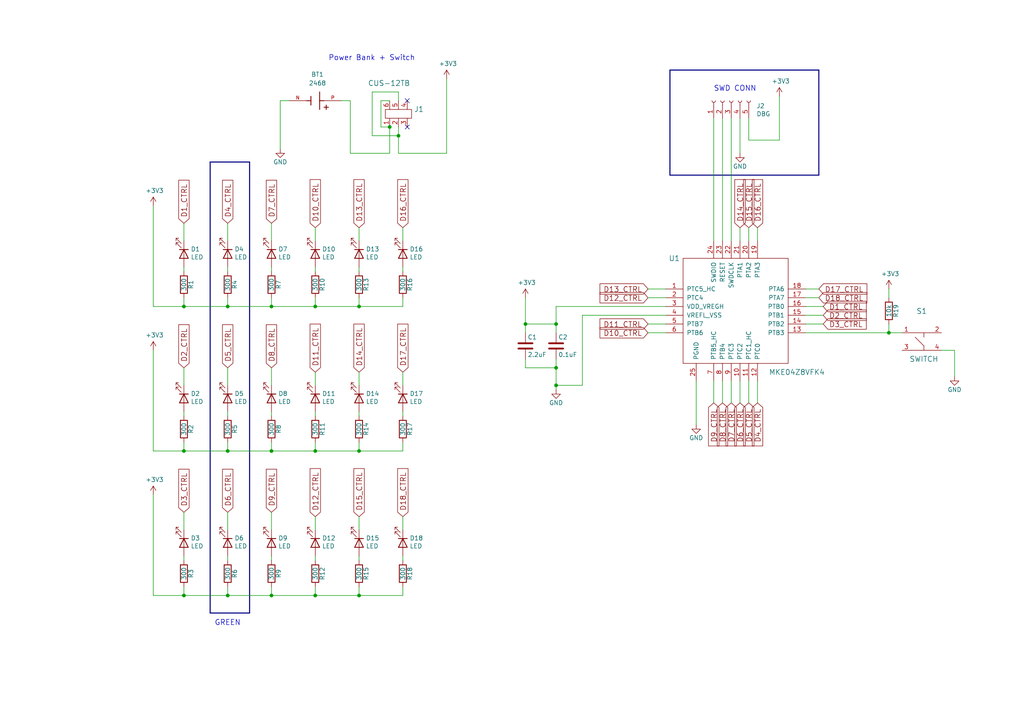
<source format=kicad_sch>
(kicad_sch
	(version 20231120)
	(generator "eeschema")
	(generator_version "8.0")
	(uuid "1ac18a5f-7ffb-47ff-a197-0a36a22c85c3")
	(paper "A4")
	(title_block
		(title "BusinessCard")
		(date "2019-07-15")
		(rev "V0.1")
	)
	(lib_symbols
		(symbol "Device:LED"
			(pin_numbers hide)
			(pin_names
				(offset 1.016) hide)
			(exclude_from_sim no)
			(in_bom yes)
			(on_board yes)
			(property "Reference" "D"
				(at 0 2.54 0)
				(effects
					(font
						(size 1.27 1.27)
					)
				)
			)
			(property "Value" "LED"
				(at 0 -2.54 0)
				(effects
					(font
						(size 1.27 1.27)
					)
				)
			)
			(property "Footprint" ""
				(at 0 0 0)
				(effects
					(font
						(size 1.27 1.27)
					)
					(hide yes)
				)
			)
			(property "Datasheet" "~"
				(at 0 0 0)
				(effects
					(font
						(size 1.27 1.27)
					)
					(hide yes)
				)
			)
			(property "Description" "Light emitting diode"
				(at 0 0 0)
				(effects
					(font
						(size 1.27 1.27)
					)
					(hide yes)
				)
			)
			(property "ki_keywords" "LED diode"
				(at 0 0 0)
				(effects
					(font
						(size 1.27 1.27)
					)
					(hide yes)
				)
			)
			(property "ki_fp_filters" "LED* LED_SMD:* LED_THT:*"
				(at 0 0 0)
				(effects
					(font
						(size 1.27 1.27)
					)
					(hide yes)
				)
			)
			(symbol "LED_0_1"
				(polyline
					(pts
						(xy -1.27 -1.27) (xy -1.27 1.27)
					)
					(stroke
						(width 0.254)
						(type default)
					)
					(fill
						(type none)
					)
				)
				(polyline
					(pts
						(xy -1.27 0) (xy 1.27 0)
					)
					(stroke
						(width 0)
						(type default)
					)
					(fill
						(type none)
					)
				)
				(polyline
					(pts
						(xy 1.27 -1.27) (xy 1.27 1.27) (xy -1.27 0) (xy 1.27 -1.27)
					)
					(stroke
						(width 0.254)
						(type default)
					)
					(fill
						(type none)
					)
				)
				(polyline
					(pts
						(xy -3.048 -0.762) (xy -4.572 -2.286) (xy -3.81 -2.286) (xy -4.572 -2.286) (xy -4.572 -1.524)
					)
					(stroke
						(width 0)
						(type default)
					)
					(fill
						(type none)
					)
				)
				(polyline
					(pts
						(xy -1.778 -0.762) (xy -3.302 -2.286) (xy -2.54 -2.286) (xy -3.302 -2.286) (xy -3.302 -1.524)
					)
					(stroke
						(width 0)
						(type default)
					)
					(fill
						(type none)
					)
				)
			)
			(symbol "LED_1_1"
				(pin passive line
					(at -3.81 0 0)
					(length 2.54)
					(name "K"
						(effects
							(font
								(size 1.27 1.27)
							)
						)
					)
					(number "1"
						(effects
							(font
								(size 1.27 1.27)
							)
						)
					)
				)
				(pin passive line
					(at 3.81 0 180)
					(length 2.54)
					(name "A"
						(effects
							(font
								(size 1.27 1.27)
							)
						)
					)
					(number "2"
						(effects
							(font
								(size 1.27 1.27)
							)
						)
					)
				)
			)
		)
		(symbol "SAMC21_breakout-rescue:+3V3-power"
			(power)
			(pin_names
				(offset 0)
			)
			(exclude_from_sim no)
			(in_bom yes)
			(on_board yes)
			(property "Reference" "#PWR"
				(at 0 -3.81 0)
				(effects
					(font
						(size 1.27 1.27)
					)
					(hide yes)
				)
			)
			(property "Value" "power:+3V3"
				(at 0 3.556 0)
				(effects
					(font
						(size 1.27 1.27)
					)
				)
			)
			(property "Footprint" ""
				(at 0 0 0)
				(effects
					(font
						(size 1.27 1.27)
					)
					(hide yes)
				)
			)
			(property "Datasheet" ""
				(at 0 0 0)
				(effects
					(font
						(size 1.27 1.27)
					)
					(hide yes)
				)
			)
			(property "Description" ""
				(at 0 0 0)
				(effects
					(font
						(size 1.27 1.27)
					)
					(hide yes)
				)
			)
			(symbol "+3V3-power_0_1"
				(polyline
					(pts
						(xy -0.762 1.27) (xy 0 2.54)
					)
					(stroke
						(width 0)
						(type solid)
					)
					(fill
						(type none)
					)
				)
				(polyline
					(pts
						(xy 0 0) (xy 0 2.54)
					)
					(stroke
						(width 0)
						(type solid)
					)
					(fill
						(type none)
					)
				)
				(polyline
					(pts
						(xy 0 2.54) (xy 0.762 1.27)
					)
					(stroke
						(width 0)
						(type solid)
					)
					(fill
						(type none)
					)
				)
			)
			(symbol "+3V3-power_1_1"
				(pin power_in line
					(at 0 0 90)
					(length 0) hide
					(name "+3V3"
						(effects
							(font
								(size 1.27 1.27)
							)
						)
					)
					(number "1"
						(effects
							(font
								(size 1.27 1.27)
							)
						)
					)
				)
			)
		)
		(symbol "SAMC21_breakout-rescue:C"
			(pin_numbers hide)
			(pin_names
				(offset 0.254)
			)
			(exclude_from_sim no)
			(in_bom yes)
			(on_board yes)
			(property "Reference" "C"
				(at 0.635 2.54 0)
				(effects
					(font
						(size 1.27 1.27)
					)
					(justify left)
				)
			)
			(property "Value" "C"
				(at 0.635 -2.54 0)
				(effects
					(font
						(size 1.27 1.27)
					)
					(justify left)
				)
			)
			(property "Footprint" ""
				(at 0.9652 -3.81 0)
				(effects
					(font
						(size 1.27 1.27)
					)
				)
			)
			(property "Datasheet" ""
				(at 0 0 0)
				(effects
					(font
						(size 1.27 1.27)
					)
				)
			)
			(property "Description" ""
				(at 0 0 0)
				(effects
					(font
						(size 1.27 1.27)
					)
					(hide yes)
				)
			)
			(property "ki_fp_filters" "C? C_????_* C_???? SMD*_c Capacitor*"
				(at 0 0 0)
				(effects
					(font
						(size 1.27 1.27)
					)
					(hide yes)
				)
			)
			(symbol "C_0_1"
				(polyline
					(pts
						(xy -2.032 -0.762) (xy 2.032 -0.762)
					)
					(stroke
						(width 0.508)
						(type solid)
					)
					(fill
						(type none)
					)
				)
				(polyline
					(pts
						(xy -2.032 0.762) (xy 2.032 0.762)
					)
					(stroke
						(width 0.508)
						(type solid)
					)
					(fill
						(type none)
					)
				)
			)
			(symbol "C_1_1"
				(pin passive line
					(at 0 3.81 270)
					(length 2.794)
					(name "~"
						(effects
							(font
								(size 1.27 1.27)
							)
						)
					)
					(number "1"
						(effects
							(font
								(size 1.27 1.27)
							)
						)
					)
				)
				(pin passive line
					(at 0 -3.81 90)
					(length 2.794)
					(name "~"
						(effects
							(font
								(size 1.27 1.27)
							)
						)
					)
					(number "2"
						(effects
							(font
								(size 1.27 1.27)
							)
						)
					)
				)
			)
		)
		(symbol "SAMC21_breakout-rescue:Conn_01x05_Female-Connector"
			(pin_names
				(offset 1.016) hide)
			(exclude_from_sim no)
			(in_bom yes)
			(on_board yes)
			(property "Reference" "J"
				(at 0 7.62 0)
				(effects
					(font
						(size 1.27 1.27)
					)
				)
			)
			(property "Value" "Connector:Conn_01x05_Female"
				(at 0 -7.62 0)
				(effects
					(font
						(size 1.27 1.27)
					)
				)
			)
			(property "Footprint" ""
				(at 0 0 0)
				(effects
					(font
						(size 1.27 1.27)
					)
					(hide yes)
				)
			)
			(property "Datasheet" ""
				(at 0 0 0)
				(effects
					(font
						(size 1.27 1.27)
					)
					(hide yes)
				)
			)
			(property "Description" ""
				(at 0 0 0)
				(effects
					(font
						(size 1.27 1.27)
					)
					(hide yes)
				)
			)
			(property "ki_fp_filters" "Connector*:*_1x??_*"
				(at 0 0 0)
				(effects
					(font
						(size 1.27 1.27)
					)
					(hide yes)
				)
			)
			(symbol "Conn_01x05_Female-Connector_1_1"
				(arc
					(start 0 -4.572)
					(mid -0.508 -5.08)
					(end 0 -5.588)
					(stroke
						(width 0.1524)
						(type solid)
					)
					(fill
						(type none)
					)
				)
				(arc
					(start 0 -2.032)
					(mid -0.508 -2.54)
					(end 0 -3.048)
					(stroke
						(width 0.1524)
						(type solid)
					)
					(fill
						(type none)
					)
				)
				(polyline
					(pts
						(xy -1.27 -5.08) (xy -0.508 -5.08)
					)
					(stroke
						(width 0.1524)
						(type solid)
					)
					(fill
						(type none)
					)
				)
				(polyline
					(pts
						(xy -1.27 -2.54) (xy -0.508 -2.54)
					)
					(stroke
						(width 0.1524)
						(type solid)
					)
					(fill
						(type none)
					)
				)
				(polyline
					(pts
						(xy -1.27 0) (xy -0.508 0)
					)
					(stroke
						(width 0.1524)
						(type solid)
					)
					(fill
						(type none)
					)
				)
				(polyline
					(pts
						(xy -1.27 2.54) (xy -0.508 2.54)
					)
					(stroke
						(width 0.1524)
						(type solid)
					)
					(fill
						(type none)
					)
				)
				(polyline
					(pts
						(xy -1.27 5.08) (xy -0.508 5.08)
					)
					(stroke
						(width 0.1524)
						(type solid)
					)
					(fill
						(type none)
					)
				)
				(arc
					(start 0 0.508)
					(mid -0.508 0)
					(end 0 -0.508)
					(stroke
						(width 0.1524)
						(type solid)
					)
					(fill
						(type none)
					)
				)
				(arc
					(start 0 3.048)
					(mid -0.508 2.54)
					(end 0 2.032)
					(stroke
						(width 0.1524)
						(type solid)
					)
					(fill
						(type none)
					)
				)
				(arc
					(start 0 5.588)
					(mid -0.508 5.08)
					(end 0 4.572)
					(stroke
						(width 0.1524)
						(type solid)
					)
					(fill
						(type none)
					)
				)
				(pin passive line
					(at -5.08 5.08 0)
					(length 3.81)
					(name "Pin_1"
						(effects
							(font
								(size 1.27 1.27)
							)
						)
					)
					(number "1"
						(effects
							(font
								(size 1.27 1.27)
							)
						)
					)
				)
				(pin passive line
					(at -5.08 2.54 0)
					(length 3.81)
					(name "Pin_2"
						(effects
							(font
								(size 1.27 1.27)
							)
						)
					)
					(number "2"
						(effects
							(font
								(size 1.27 1.27)
							)
						)
					)
				)
				(pin passive line
					(at -5.08 0 0)
					(length 3.81)
					(name "Pin_3"
						(effects
							(font
								(size 1.27 1.27)
							)
						)
					)
					(number "3"
						(effects
							(font
								(size 1.27 1.27)
							)
						)
					)
				)
				(pin passive line
					(at -5.08 -2.54 0)
					(length 3.81)
					(name "Pin_4"
						(effects
							(font
								(size 1.27 1.27)
							)
						)
					)
					(number "4"
						(effects
							(font
								(size 1.27 1.27)
							)
						)
					)
				)
				(pin passive line
					(at -5.08 -5.08 0)
					(length 3.81)
					(name "Pin_5"
						(effects
							(font
								(size 1.27 1.27)
							)
						)
					)
					(number "5"
						(effects
							(font
								(size 1.27 1.27)
							)
						)
					)
				)
			)
		)
		(symbol "SAMC21_breakout-rescue:GND"
			(power)
			(pin_names
				(offset 0)
			)
			(exclude_from_sim no)
			(in_bom yes)
			(on_board yes)
			(property "Reference" "#PWR"
				(at 0 -6.35 0)
				(effects
					(font
						(size 1.27 1.27)
					)
					(hide yes)
				)
			)
			(property "Value" "GND"
				(at 0 -3.81 0)
				(effects
					(font
						(size 1.27 1.27)
					)
				)
			)
			(property "Footprint" ""
				(at 0 0 0)
				(effects
					(font
						(size 1.27 1.27)
					)
				)
			)
			(property "Datasheet" ""
				(at 0 0 0)
				(effects
					(font
						(size 1.27 1.27)
					)
				)
			)
			(property "Description" ""
				(at 0 0 0)
				(effects
					(font
						(size 1.27 1.27)
					)
					(hide yes)
				)
			)
			(symbol "GND_0_1"
				(polyline
					(pts
						(xy 0 0) (xy 0 -1.27) (xy 1.27 -1.27) (xy 0 -2.54) (xy -1.27 -1.27) (xy 0 -1.27)
					)
					(stroke
						(width 0)
						(type solid)
					)
					(fill
						(type none)
					)
				)
			)
			(symbol "GND_1_1"
				(pin power_in line
					(at 0 0 270)
					(length 0) hide
					(name "GND"
						(effects
							(font
								(size 1.27 1.27)
							)
						)
					)
					(number "1"
						(effects
							(font
								(size 1.27 1.27)
							)
						)
					)
				)
			)
		)
		(symbol "SAMC21_breakout-rescue:MKE04Z8VFK4"
			(pin_names
				(offset 1.016)
			)
			(exclude_from_sim no)
			(in_bom yes)
			(on_board yes)
			(property "Reference" "U"
				(at -16.51 19.05 0)
				(effects
					(font
						(size 1.524 1.524)
					)
				)
			)
			(property "Value" "MKE04Z8VFK4"
				(at 24.13 -16.51 0)
				(effects
					(font
						(size 1.524 1.524)
					)
				)
			)
			(property "Footprint" ""
				(at 1.27 1.27 0)
				(effects
					(font
						(size 1.524 1.524)
					)
					(hide yes)
				)
			)
			(property "Datasheet" ""
				(at 1.27 1.27 0)
				(effects
					(font
						(size 1.524 1.524)
					)
					(hide yes)
				)
			)
			(property "Description" ""
				(at 0 0 0)
				(effects
					(font
						(size 1.27 1.27)
					)
					(hide yes)
				)
			)
			(symbol "MKE04Z8VFK4_0_1"
				(rectangle
					(start -13.97 16.51)
					(end 16.51 -13.97)
					(stroke
						(width 0)
						(type solid)
					)
					(fill
						(type none)
					)
				)
			)
			(symbol "MKE04Z8VFK4_1_1"
				(pin input line
					(at -19.05 7.62 0)
					(length 5.08)
					(name "PTC5_HC"
						(effects
							(font
								(size 1.27 1.27)
							)
						)
					)
					(number "1"
						(effects
							(font
								(size 1.27 1.27)
							)
						)
					)
				)
				(pin input line
					(at 2.54 -19.05 90)
					(length 5.08)
					(name "PTC2"
						(effects
							(font
								(size 1.27 1.27)
							)
						)
					)
					(number "10"
						(effects
							(font
								(size 1.27 1.27)
							)
						)
					)
				)
				(pin input line
					(at 5.08 -19.05 90)
					(length 5.08)
					(name "PTC1_HC"
						(effects
							(font
								(size 1.27 1.27)
							)
						)
					)
					(number "11"
						(effects
							(font
								(size 1.27 1.27)
							)
						)
					)
				)
				(pin input line
					(at 7.62 -19.05 90)
					(length 5.08)
					(name "PTC0"
						(effects
							(font
								(size 1.27 1.27)
							)
						)
					)
					(number "12"
						(effects
							(font
								(size 1.27 1.27)
							)
						)
					)
				)
				(pin input line
					(at 21.59 -5.08 180)
					(length 5.08)
					(name "PTB3"
						(effects
							(font
								(size 1.27 1.27)
							)
						)
					)
					(number "13"
						(effects
							(font
								(size 1.27 1.27)
							)
						)
					)
				)
				(pin input line
					(at 21.59 -2.54 180)
					(length 5.08)
					(name "PTB2"
						(effects
							(font
								(size 1.27 1.27)
							)
						)
					)
					(number "14"
						(effects
							(font
								(size 1.27 1.27)
							)
						)
					)
				)
				(pin input line
					(at 21.59 0 180)
					(length 5.08)
					(name "PTB1"
						(effects
							(font
								(size 1.27 1.27)
							)
						)
					)
					(number "15"
						(effects
							(font
								(size 1.27 1.27)
							)
						)
					)
				)
				(pin input line
					(at 21.59 2.54 180)
					(length 5.08)
					(name "PTB0"
						(effects
							(font
								(size 1.27 1.27)
							)
						)
					)
					(number "16"
						(effects
							(font
								(size 1.27 1.27)
							)
						)
					)
				)
				(pin input line
					(at 21.59 5.08 180)
					(length 5.08)
					(name "PTA7"
						(effects
							(font
								(size 1.27 1.27)
							)
						)
					)
					(number "17"
						(effects
							(font
								(size 1.27 1.27)
							)
						)
					)
				)
				(pin input line
					(at 21.59 7.62 180)
					(length 5.08)
					(name "PTA6"
						(effects
							(font
								(size 1.27 1.27)
							)
						)
					)
					(number "18"
						(effects
							(font
								(size 1.27 1.27)
							)
						)
					)
				)
				(pin input line
					(at 7.62 21.59 270)
					(length 5.08)
					(name "PTA3"
						(effects
							(font
								(size 1.27 1.27)
							)
						)
					)
					(number "19"
						(effects
							(font
								(size 1.27 1.27)
							)
						)
					)
				)
				(pin input line
					(at -19.05 5.08 0)
					(length 5.08)
					(name "PTC4"
						(effects
							(font
								(size 1.27 1.27)
							)
						)
					)
					(number "2"
						(effects
							(font
								(size 1.27 1.27)
							)
						)
					)
				)
				(pin input line
					(at 5.08 21.59 270)
					(length 5.08)
					(name "PTA2"
						(effects
							(font
								(size 1.27 1.27)
							)
						)
					)
					(number "20"
						(effects
							(font
								(size 1.27 1.27)
							)
						)
					)
				)
				(pin input line
					(at 2.54 21.59 270)
					(length 5.08)
					(name "PTA1"
						(effects
							(font
								(size 1.27 1.27)
							)
						)
					)
					(number "21"
						(effects
							(font
								(size 1.27 1.27)
							)
						)
					)
				)
				(pin input line
					(at 0 21.59 270)
					(length 5.08)
					(name "SWDCLK"
						(effects
							(font
								(size 1.27 1.27)
							)
						)
					)
					(number "22"
						(effects
							(font
								(size 1.27 1.27)
							)
						)
					)
				)
				(pin input line
					(at -2.54 21.59 270)
					(length 5.08)
					(name "RESET"
						(effects
							(font
								(size 1.27 1.27)
							)
						)
					)
					(number "23"
						(effects
							(font
								(size 1.27 1.27)
							)
						)
					)
				)
				(pin input line
					(at -5.08 21.59 270)
					(length 5.08)
					(name "SWDIO"
						(effects
							(font
								(size 1.27 1.27)
							)
						)
					)
					(number "24"
						(effects
							(font
								(size 1.27 1.27)
							)
						)
					)
				)
				(pin input line
					(at -10.16 -19.05 90)
					(length 5.08)
					(name "PGND"
						(effects
							(font
								(size 1.27 1.27)
							)
						)
					)
					(number "25"
						(effects
							(font
								(size 1.27 1.27)
							)
						)
					)
				)
				(pin input line
					(at -19.05 2.54 0)
					(length 5.08)
					(name "VDD_VREGH"
						(effects
							(font
								(size 1.27 1.27)
							)
						)
					)
					(number "3"
						(effects
							(font
								(size 1.27 1.27)
							)
						)
					)
				)
				(pin input line
					(at -19.05 0 0)
					(length 5.08)
					(name "VREFL_VSS"
						(effects
							(font
								(size 1.27 1.27)
							)
						)
					)
					(number "4"
						(effects
							(font
								(size 1.27 1.27)
							)
						)
					)
				)
				(pin input line
					(at -19.05 -2.54 0)
					(length 5.08)
					(name "PTB7"
						(effects
							(font
								(size 1.27 1.27)
							)
						)
					)
					(number "5"
						(effects
							(font
								(size 1.27 1.27)
							)
						)
					)
				)
				(pin input line
					(at -19.05 -5.08 0)
					(length 5.08)
					(name "PTB6"
						(effects
							(font
								(size 1.27 1.27)
							)
						)
					)
					(number "6"
						(effects
							(font
								(size 1.27 1.27)
							)
						)
					)
				)
				(pin input line
					(at -5.08 -19.05 90)
					(length 5.08)
					(name "PTB5_HC"
						(effects
							(font
								(size 1.27 1.27)
							)
						)
					)
					(number "7"
						(effects
							(font
								(size 1.27 1.27)
							)
						)
					)
				)
				(pin input line
					(at -2.54 -19.05 90)
					(length 5.08)
					(name "PTB4"
						(effects
							(font
								(size 1.27 1.27)
							)
						)
					)
					(number "8"
						(effects
							(font
								(size 1.27 1.27)
							)
						)
					)
				)
				(pin input line
					(at 0 -19.05 90)
					(length 5.08)
					(name "PTC3"
						(effects
							(font
								(size 1.27 1.27)
							)
						)
					)
					(number "9"
						(effects
							(font
								(size 1.27 1.27)
							)
						)
					)
				)
			)
		)
		(symbol "SAMC21_breakout-rescue:R"
			(pin_numbers hide)
			(pin_names
				(offset 0)
			)
			(exclude_from_sim no)
			(in_bom yes)
			(on_board yes)
			(property "Reference" "R"
				(at 2.032 0 90)
				(effects
					(font
						(size 1.27 1.27)
					)
				)
			)
			(property "Value" "R"
				(at 0 0 90)
				(effects
					(font
						(size 1.27 1.27)
					)
				)
			)
			(property "Footprint" ""
				(at -1.778 0 90)
				(effects
					(font
						(size 1.27 1.27)
					)
				)
			)
			(property "Datasheet" ""
				(at 0 0 0)
				(effects
					(font
						(size 1.27 1.27)
					)
				)
			)
			(property "Description" ""
				(at 0 0 0)
				(effects
					(font
						(size 1.27 1.27)
					)
					(hide yes)
				)
			)
			(property "ki_fp_filters" "R_* Resistor_*"
				(at 0 0 0)
				(effects
					(font
						(size 1.27 1.27)
					)
					(hide yes)
				)
			)
			(symbol "R_0_1"
				(rectangle
					(start -1.016 -2.54)
					(end 1.016 2.54)
					(stroke
						(width 0.254)
						(type solid)
					)
					(fill
						(type none)
					)
				)
			)
			(symbol "R_1_1"
				(pin passive line
					(at 0 3.81 270)
					(length 1.27)
					(name "~"
						(effects
							(font
								(size 1.27 1.27)
							)
						)
					)
					(number "1"
						(effects
							(font
								(size 1.27 1.27)
							)
						)
					)
				)
				(pin passive line
					(at 0 -3.81 90)
					(length 1.27)
					(name "~"
						(effects
							(font
								(size 1.27 1.27)
							)
						)
					)
					(number "2"
						(effects
							(font
								(size 1.27 1.27)
							)
						)
					)
				)
			)
		)
		(symbol "custom_IC:2468"
			(pin_names
				(offset 1.016)
			)
			(exclude_from_sim no)
			(in_bom yes)
			(on_board yes)
			(property "Reference" "BT"
				(at -3.81 3.81 0)
				(effects
					(font
						(size 1.27 1.27)
					)
					(justify left bottom)
				)
			)
			(property "Value" "2468"
				(at -3.81 -5.08 0)
				(effects
					(font
						(size 1.27 1.27)
					)
					(justify left bottom)
				)
			)
			(property "Footprint" "2468:BAT_2468"
				(at 0 0 0)
				(effects
					(font
						(size 1.27 1.27)
					)
					(justify bottom)
					(hide yes)
				)
			)
			(property "Datasheet" ""
				(at 0 0 0)
				(effects
					(font
						(size 1.27 1.27)
					)
					(hide yes)
				)
			)
			(property "Description" ""
				(at 0 0 0)
				(effects
					(font
						(size 1.27 1.27)
					)
					(hide yes)
				)
			)
			(property "PARTREV" "D"
				(at 0 0 0)
				(effects
					(font
						(size 1.27 1.27)
					)
					(justify bottom)
					(hide yes)
				)
			)
			(property "STANDARD" "Manufacturer Recommendations"
				(at 0 0 0)
				(effects
					(font
						(size 1.27 1.27)
					)
					(justify bottom)
					(hide yes)
				)
			)
			(property "SNAPEDA_PN" "2468"
				(at 0 0 0)
				(effects
					(font
						(size 1.27 1.27)
					)
					(justify bottom)
					(hide yes)
				)
			)
			(property "MAXIMUM_PACKAGE_HEIGHT" "13.25"
				(at 0 0 0)
				(effects
					(font
						(size 1.27 1.27)
					)
					(justify bottom)
					(hide yes)
				)
			)
			(property "MANUFACTURER" "Keystone"
				(at 0 0 0)
				(effects
					(font
						(size 1.27 1.27)
					)
					(justify bottom)
					(hide yes)
				)
			)
			(symbol "2468_0_0"
				(polyline
					(pts
						(xy -3.81 1.905) (xy -2.54 1.905)
					)
					(stroke
						(width 0.254)
						(type default)
					)
					(fill
						(type none)
					)
				)
				(polyline
					(pts
						(xy -3.175 2.54) (xy -3.175 1.27)
					)
					(stroke
						(width 0.254)
						(type default)
					)
					(fill
						(type none)
					)
				)
				(polyline
					(pts
						(xy -1.27 0) (xy -2.54 0)
					)
					(stroke
						(width 0.254)
						(type default)
					)
					(fill
						(type none)
					)
				)
				(polyline
					(pts
						(xy -1.27 0) (xy -1.27 -2.54)
					)
					(stroke
						(width 0.254)
						(type default)
					)
					(fill
						(type none)
					)
				)
				(polyline
					(pts
						(xy -1.27 2.54) (xy -1.27 0)
					)
					(stroke
						(width 0.254)
						(type default)
					)
					(fill
						(type none)
					)
				)
				(polyline
					(pts
						(xy 1.27 0) (xy 1.27 -1.27)
					)
					(stroke
						(width 0.254)
						(type default)
					)
					(fill
						(type none)
					)
				)
				(polyline
					(pts
						(xy 1.27 0) (xy 2.54 0)
					)
					(stroke
						(width 0.254)
						(type default)
					)
					(fill
						(type none)
					)
				)
				(polyline
					(pts
						(xy 1.27 1.27) (xy 1.27 0)
					)
					(stroke
						(width 0.254)
						(type default)
					)
					(fill
						(type none)
					)
				)
				(pin passive line
					(at 7.62 0 180)
					(length 5.08)
					(name "~"
						(effects
							(font
								(size 1.016 1.016)
							)
						)
					)
					(number "N"
						(effects
							(font
								(size 1.016 1.016)
							)
						)
					)
				)
				(pin passive line
					(at -7.62 0 0)
					(length 5.08)
					(name "~"
						(effects
							(font
								(size 1.016 1.016)
							)
						)
					)
					(number "P"
						(effects
							(font
								(size 1.016 1.016)
							)
						)
					)
				)
			)
		)
		(symbol "custom_IC:JS202011AQN"
			(pin_names
				(offset 1.016)
			)
			(exclude_from_sim no)
			(in_bom yes)
			(on_board yes)
			(property "Reference" "J"
				(at -5.08 7.62 0)
				(effects
					(font
						(size 1.524 1.524)
					)
				)
			)
			(property "Value" "JS202011AQN"
				(at 0 -10.16 0)
				(effects
					(font
						(size 1.524 1.524)
					)
				)
			)
			(property "Footprint" ""
				(at 1.27 -1.27 0)
				(effects
					(font
						(size 1.524 1.524)
					)
					(hide yes)
				)
			)
			(property "Datasheet" ""
				(at 1.27 -1.27 0)
				(effects
					(font
						(size 1.524 1.524)
					)
					(hide yes)
				)
			)
			(property "Description" ""
				(at 0 0 0)
				(effects
					(font
						(size 1.27 1.27)
					)
					(hide yes)
				)
			)
			(symbol "JS202011AQN_0_1"
				(rectangle
					(start -3.81 1.27)
					(end 3.81 -1.27)
					(stroke
						(width 0)
						(type default)
					)
					(fill
						(type none)
					)
				)
			)
			(symbol "JS202011AQN_1_1"
				(pin input line
					(at -2.54 -3.81 90)
					(length 2.54)
					(name "~"
						(effects
							(font
								(size 1.27 1.27)
							)
						)
					)
					(number "1"
						(effects
							(font
								(size 1.27 1.27)
							)
						)
					)
				)
				(pin input line
					(at 0 -3.81 90)
					(length 2.54)
					(name "~"
						(effects
							(font
								(size 1.27 1.27)
							)
						)
					)
					(number "2"
						(effects
							(font
								(size 1.27 1.27)
							)
						)
					)
				)
				(pin input line
					(at 2.54 -3.81 90)
					(length 2.54)
					(name "~"
						(effects
							(font
								(size 1.27 1.27)
							)
						)
					)
					(number "3"
						(effects
							(font
								(size 1.27 1.27)
							)
						)
					)
				)
				(pin input line
					(at 2.54 3.81 270)
					(length 2.54)
					(name "~"
						(effects
							(font
								(size 1.27 1.27)
							)
						)
					)
					(number "4"
						(effects
							(font
								(size 1.27 1.27)
							)
						)
					)
				)
				(pin input line
					(at 0 3.81 270)
					(length 2.54)
					(name "~"
						(effects
							(font
								(size 1.27 1.27)
							)
						)
					)
					(number "5"
						(effects
							(font
								(size 1.27 1.27)
							)
						)
					)
				)
				(pin input line
					(at -2.54 3.81 270)
					(length 2.54)
					(name "~"
						(effects
							(font
								(size 1.27 1.27)
							)
						)
					)
					(number "6"
						(effects
							(font
								(size 1.27 1.27)
							)
						)
					)
				)
			)
		)
		(symbol "custom_IC:PTS645SM43SMTR92"
			(pin_names
				(offset 1.016)
			)
			(exclude_from_sim no)
			(in_bom yes)
			(on_board yes)
			(property "Reference" "S"
				(at -6.35 7.62 0)
				(effects
					(font
						(size 1.524 1.524)
					)
				)
			)
			(property "Value" "PTS645SM43SMTR92"
				(at 0 -7.62 0)
				(effects
					(font
						(size 1.524 1.524)
					)
				)
			)
			(property "Footprint" ""
				(at 0 0 0)
				(effects
					(font
						(size 1.524 1.524)
					)
					(hide yes)
				)
			)
			(property "Datasheet" ""
				(at 0 0 0)
				(effects
					(font
						(size 1.524 1.524)
					)
					(hide yes)
				)
			)
			(property "Description" ""
				(at 0 0 0)
				(effects
					(font
						(size 1.27 1.27)
					)
					(hide yes)
				)
			)
			(symbol "PTS645SM43SMTR92_0_1"
				(polyline
					(pts
						(xy 0 -2.54) (xy 0 -1.27)
					)
					(stroke
						(width 0)
						(type default)
					)
					(fill
						(type none)
					)
				)
				(polyline
					(pts
						(xy 0 -1.27) (xy -2.54 1.27)
					)
					(stroke
						(width 0)
						(type default)
					)
					(fill
						(type none)
					)
				)
				(polyline
					(pts
						(xy 0 2.54) (xy 0 1.27)
					)
					(stroke
						(width 0)
						(type default)
					)
					(fill
						(type none)
					)
				)
				(polyline
					(pts
						(xy 2.54 -2.54) (xy -3.81 -2.54)
					)
					(stroke
						(width 0)
						(type default)
					)
					(fill
						(type none)
					)
				)
				(polyline
					(pts
						(xy 2.54 2.54) (xy -3.81 2.54)
					)
					(stroke
						(width 0)
						(type default)
					)
					(fill
						(type none)
					)
				)
			)
			(symbol "PTS645SM43SMTR92_1_1"
				(pin input line
					(at -6.35 2.54 0)
					(length 2.54)
					(name "~"
						(effects
							(font
								(size 1.27 1.27)
							)
						)
					)
					(number "1"
						(effects
							(font
								(size 1.27 1.27)
							)
						)
					)
				)
				(pin input line
					(at 5.08 2.54 180)
					(length 2.54)
					(name "~"
						(effects
							(font
								(size 1.27 1.27)
							)
						)
					)
					(number "2"
						(effects
							(font
								(size 1.27 1.27)
							)
						)
					)
				)
				(pin input line
					(at -6.35 -2.54 0)
					(length 2.54)
					(name "~"
						(effects
							(font
								(size 1.27 1.27)
							)
						)
					)
					(number "3"
						(effects
							(font
								(size 1.27 1.27)
							)
						)
					)
				)
				(pin input line
					(at 5.08 -2.54 180)
					(length 2.54)
					(name "~"
						(effects
							(font
								(size 1.27 1.27)
							)
						)
					)
					(number "4"
						(effects
							(font
								(size 1.27 1.27)
							)
						)
					)
				)
			)
		)
	)
	(junction
		(at 161.29 93.98)
		(diameter 0)
		(color 0 0 0 0)
		(uuid "2b45871f-6c60-4380-ab15-c5047869a97f")
	)
	(junction
		(at 113.03 36.83)
		(diameter 0)
		(color 0 0 0 0)
		(uuid "58f13818-2946-4497-9c54-03433d9bf06c")
	)
	(junction
		(at 257.81 96.52)
		(diameter 0)
		(color 0 0 0 0)
		(uuid "60e22263-d122-4425-a538-5e8cd1db9bf7")
	)
	(junction
		(at 115.57 39.37)
		(diameter 0)
		(color 0 0 0 0)
		(uuid "621b8366-12f4-492d-bb3f-127f98a4ba5c")
	)
	(junction
		(at 78.74 88.9)
		(diameter 0)
		(color 0 0 0 0)
		(uuid "6e469e4b-57d8-4094-9f90-7a2b8b7666d3")
	)
	(junction
		(at 78.74 172.72)
		(diameter 0)
		(color 0 0 0 0)
		(uuid "7a0a8bec-b854-4731-8265-81613b13c461")
	)
	(junction
		(at 161.29 111.76)
		(diameter 0)
		(color 0 0 0 0)
		(uuid "7d57c21c-30f5-4dc4-bda1-6e5274a56e20")
	)
	(junction
		(at 78.74 130.81)
		(diameter 0)
		(color 0 0 0 0)
		(uuid "970a68aa-8277-4a07-92bf-21f0de0a6433")
	)
	(junction
		(at 66.04 88.9)
		(diameter 0)
		(color 0 0 0 0)
		(uuid "a6c6f0f9-b16a-4e71-abb4-68f6deffb91f")
	)
	(junction
		(at 161.29 106.68)
		(diameter 0)
		(color 0 0 0 0)
		(uuid "a758fa10-0940-4f08-b913-3099dca3ecee")
	)
	(junction
		(at 104.14 172.72)
		(diameter 0)
		(color 0 0 0 0)
		(uuid "a7830a10-3625-445b-b0a8-34c3bb737df0")
	)
	(junction
		(at 91.44 172.72)
		(diameter 0)
		(color 0 0 0 0)
		(uuid "ad59c2eb-5487-4678-a57c-1d51dfbc0e64")
	)
	(junction
		(at 91.44 88.9)
		(diameter 0)
		(color 0 0 0 0)
		(uuid "b85b1503-147f-44af-8f2e-e8d1136d8615")
	)
	(junction
		(at 53.34 172.72)
		(diameter 0)
		(color 0 0 0 0)
		(uuid "b93b2beb-a15d-41c2-b86d-de73c67984e4")
	)
	(junction
		(at 152.4 93.98)
		(diameter 0)
		(color 0 0 0 0)
		(uuid "c10894e5-d40b-43ff-8cf1-54b487c8d95c")
	)
	(junction
		(at 53.34 130.81)
		(diameter 0)
		(color 0 0 0 0)
		(uuid "c7b9f39f-693a-4c5a-9287-99a8dbb77687")
	)
	(junction
		(at 104.14 130.81)
		(diameter 0)
		(color 0 0 0 0)
		(uuid "c87cf8e3-16e8-463d-abe2-083bd21d5795")
	)
	(junction
		(at 66.04 130.81)
		(diameter 0)
		(color 0 0 0 0)
		(uuid "ce2b53a3-1c7d-4d51-9622-9691a9203ecc")
	)
	(junction
		(at 66.04 172.72)
		(diameter 0)
		(color 0 0 0 0)
		(uuid "dda07622-2860-49d0-8d8e-1b41b46b3c4d")
	)
	(junction
		(at 91.44 130.81)
		(diameter 0)
		(color 0 0 0 0)
		(uuid "df091067-266c-4427-b3b6-4ffe9a4ad6f8")
	)
	(junction
		(at 53.34 88.9)
		(diameter 0)
		(color 0 0 0 0)
		(uuid "ee1cc9a3-6fa4-488a-a390-7444d6813e6a")
	)
	(junction
		(at 104.14 88.9)
		(diameter 0)
		(color 0 0 0 0)
		(uuid "fb5c2542-1fff-4022-b5f1-cb4f868ec5c0")
	)
	(no_connect
		(at 118.11 36.83)
		(uuid "06564a9e-5f08-420b-aa71-7254ba61bc22")
	)
	(no_connect
		(at 118.11 29.21)
		(uuid "647ab0f6-26c4-4373-b0cd-857883d866be")
	)
	(wire
		(pts
			(xy 116.84 78.74) (xy 116.84 77.47)
		)
		(stroke
			(width 0)
			(type default)
		)
		(uuid "00dac5cd-c9c7-42bc-a1da-5b00aaae1ba2")
	)
	(bus
		(pts
			(xy 194.31 50.8) (xy 237.49 50.8)
		)
		(stroke
			(width 0)
			(type default)
		)
		(uuid "070e9036-ab79-4da4-aba8-36edb9e59f54")
	)
	(wire
		(pts
			(xy 187.96 83.82) (xy 193.04 83.82)
		)
		(stroke
			(width 0)
			(type default)
		)
		(uuid "0ba93ac1-b55b-42e8-b39a-8865bff434eb")
	)
	(wire
		(pts
			(xy 161.29 93.98) (xy 161.29 96.52)
		)
		(stroke
			(width 0)
			(type default)
		)
		(uuid "11edfcc2-be36-428c-a0c7-773685fa4e3e")
	)
	(wire
		(pts
			(xy 115.57 39.37) (xy 115.57 36.83)
		)
		(stroke
			(width 0)
			(type default)
		)
		(uuid "137f7558-1da5-492b-9a90-bd2525f1d7bc")
	)
	(wire
		(pts
			(xy 81.28 29.21) (xy 83.82 29.21)
		)
		(stroke
			(width 0)
			(type default)
		)
		(uuid "1848b5ef-4745-43a0-96c9-17befe651b64")
	)
	(bus
		(pts
			(xy 60.96 46.99) (xy 60.96 177.8)
		)
		(stroke
			(width 0)
			(type default)
		)
		(uuid "187955f2-00f6-48b5-baf0-c21ffa0adfd3")
	)
	(wire
		(pts
			(xy 212.09 110.49) (xy 212.09 116.84)
		)
		(stroke
			(width 0)
			(type default)
		)
		(uuid "19283598-e8a8-49ac-8bf0-32f74d737af1")
	)
	(wire
		(pts
			(xy 113.03 29.21) (xy 110.49 29.21)
		)
		(stroke
			(width 0)
			(type default)
		)
		(uuid "195fba3a-fb57-42b4-8f8e-35f2f0389630")
	)
	(wire
		(pts
			(xy 91.44 149.86) (xy 91.44 153.67)
		)
		(stroke
			(width 0)
			(type default)
		)
		(uuid "1a0da18c-e5c1-435c-b798-3b7b7581e3b1")
	)
	(wire
		(pts
			(xy 110.49 36.83) (xy 113.03 36.83)
		)
		(stroke
			(width 0)
			(type default)
		)
		(uuid "1c8378bc-e0ce-4f51-bc58-780a138055e0")
	)
	(wire
		(pts
			(xy 66.04 162.56) (xy 66.04 161.29)
		)
		(stroke
			(width 0)
			(type default)
		)
		(uuid "1d4e3f7c-5f16-49dc-bb0d-6eb39993b47a")
	)
	(wire
		(pts
			(xy 66.04 88.9) (xy 78.74 88.9)
		)
		(stroke
			(width 0)
			(type default)
		)
		(uuid "1f6f598c-fda6-455f-a9f0-cad2fa228cdf")
	)
	(wire
		(pts
			(xy 110.49 29.21) (xy 110.49 36.83)
		)
		(stroke
			(width 0)
			(type default)
		)
		(uuid "210733fa-eec9-450f-be18-edb2c05db447")
	)
	(wire
		(pts
			(xy 53.34 162.56) (xy 53.34 161.29)
		)
		(stroke
			(width 0)
			(type default)
		)
		(uuid "22b74155-b02f-4339-b1cf-c0cde6d25071")
	)
	(wire
		(pts
			(xy 187.96 93.98) (xy 193.04 93.98)
		)
		(stroke
			(width 0)
			(type default)
		)
		(uuid "25869fd8-b34a-4cdb-86d6-bc48e4cbd911")
	)
	(wire
		(pts
			(xy 78.74 162.56) (xy 78.74 161.29)
		)
		(stroke
			(width 0)
			(type default)
		)
		(uuid "25d287dd-5837-4e9d-92bc-c7e25ae1edc5")
	)
	(wire
		(pts
			(xy 66.04 120.65) (xy 66.04 119.38)
		)
		(stroke
			(width 0)
			(type default)
		)
		(uuid "2625a03f-1f63-4419-a391-f7ba654ae97d")
	)
	(wire
		(pts
			(xy 116.84 130.81) (xy 116.84 128.27)
		)
		(stroke
			(width 0)
			(type default)
		)
		(uuid "274275be-8b6b-438b-9877-991fc4ad628b")
	)
	(wire
		(pts
			(xy 78.74 64.77) (xy 78.74 69.85)
		)
		(stroke
			(width 0)
			(type default)
		)
		(uuid "2906e559-99ce-437c-b296-5d79dac2feb0")
	)
	(wire
		(pts
			(xy 104.14 128.27) (xy 104.14 130.81)
		)
		(stroke
			(width 0)
			(type default)
		)
		(uuid "2995d614-ba73-47c7-9c34-ee2484d396db")
	)
	(wire
		(pts
			(xy 116.84 172.72) (xy 116.84 170.18)
		)
		(stroke
			(width 0)
			(type default)
		)
		(uuid "2b3b8e87-79f6-401f-8093-08f741246a92")
	)
	(wire
		(pts
			(xy 116.84 88.9) (xy 116.84 86.36)
		)
		(stroke
			(width 0)
			(type default)
		)
		(uuid "2b4bd1aa-68fc-4c6c-a5b1-6650a63d69d8")
	)
	(wire
		(pts
			(xy 219.71 116.84) (xy 219.71 110.49)
		)
		(stroke
			(width 0)
			(type default)
		)
		(uuid "2d540755-d289-40f5-8677-3fcd229123b0")
	)
	(wire
		(pts
			(xy 257.81 93.98) (xy 257.81 96.52)
		)
		(stroke
			(width 0)
			(type default)
		)
		(uuid "30ff7251-a78d-402d-9070-ee2698f36ba9")
	)
	(wire
		(pts
			(xy 201.93 123.19) (xy 201.93 110.49)
		)
		(stroke
			(width 0)
			(type default)
		)
		(uuid "32b335fd-e089-4b45-8377-73403072bc8e")
	)
	(wire
		(pts
			(xy 91.44 128.27) (xy 91.44 130.81)
		)
		(stroke
			(width 0)
			(type default)
		)
		(uuid "35c084b4-1c98-4b25-b3e6-3bec69b4aa35")
	)
	(wire
		(pts
			(xy 257.81 96.52) (xy 261.62 96.52)
		)
		(stroke
			(width 0)
			(type default)
		)
		(uuid "37ee4e89-edac-4095-a961-4aaf11f1f309")
	)
	(wire
		(pts
			(xy 276.86 101.6) (xy 273.05 101.6)
		)
		(stroke
			(width 0)
			(type default)
		)
		(uuid "3873211d-a802-4c9b-8073-0867707b5b77")
	)
	(wire
		(pts
			(xy 78.74 106.68) (xy 78.74 111.76)
		)
		(stroke
			(width 0)
			(type default)
		)
		(uuid "391378a1-8896-4144-b07a-bbe8659638dc")
	)
	(wire
		(pts
			(xy 107.95 26.67) (xy 107.95 39.37)
		)
		(stroke
			(width 0)
			(type default)
		)
		(uuid "412bfa3c-4bd6-4b16-85d8-2c2836cf8255")
	)
	(wire
		(pts
			(xy 44.45 143.51) (xy 44.45 172.72)
		)
		(stroke
			(width 0)
			(type default)
		)
		(uuid "48f8291f-e4f6-461f-a327-ddfa7e989249")
	)
	(wire
		(pts
			(xy 187.96 86.36) (xy 193.04 86.36)
		)
		(stroke
			(width 0)
			(type default)
		)
		(uuid "492bbeed-59b1-414a-af85-07100ee0a3f7")
	)
	(wire
		(pts
			(xy 66.04 172.72) (xy 78.74 172.72)
		)
		(stroke
			(width 0)
			(type default)
		)
		(uuid "49b26e7b-99ca-4c27-b241-23334726f326")
	)
	(wire
		(pts
			(xy 233.68 88.9) (xy 238.76 88.9)
		)
		(stroke
			(width 0)
			(type default)
		)
		(uuid "4a8f5309-cd73-468f-a497-d8740df21e42")
	)
	(wire
		(pts
			(xy 66.04 148.59) (xy 66.04 153.67)
		)
		(stroke
			(width 0)
			(type default)
		)
		(uuid "4c4b8594-39cb-45b6-94d9-7c93605c3147")
	)
	(wire
		(pts
			(xy 66.04 128.27) (xy 66.04 130.81)
		)
		(stroke
			(width 0)
			(type default)
		)
		(uuid "4cb7c432-97f5-4ad4-80b8-8e1ac85d6584")
	)
	(wire
		(pts
			(xy 53.34 106.68) (xy 53.34 111.76)
		)
		(stroke
			(width 0)
			(type default)
		)
		(uuid "4cfe148b-45ff-4734-a11a-cd223237fbe0")
	)
	(wire
		(pts
			(xy 187.96 96.52) (xy 193.04 96.52)
		)
		(stroke
			(width 0)
			(type default)
		)
		(uuid "4d404c35-0bd8-4add-9b79-6fc7f4ecc30e")
	)
	(wire
		(pts
			(xy 193.04 88.9) (xy 161.29 88.9)
		)
		(stroke
			(width 0)
			(type default)
		)
		(uuid "509cd7b2-fb40-4785-9b6f-ef8508d240cb")
	)
	(wire
		(pts
			(xy 91.44 66.04) (xy 91.44 69.85)
		)
		(stroke
			(width 0)
			(type default)
		)
		(uuid "571a7468-925d-4184-96af-79572897fe95")
	)
	(bus
		(pts
			(xy 237.49 50.8) (xy 237.49 20.32)
		)
		(stroke
			(width 0)
			(type default)
		)
		(uuid "57235a6f-0eed-446b-97bf-aaa1bc0c6074")
	)
	(wire
		(pts
			(xy 214.63 116.84) (xy 214.63 110.49)
		)
		(stroke
			(width 0)
			(type default)
		)
		(uuid "593bdc7b-7fad-49a4-a854-ce710062d0fd")
	)
	(wire
		(pts
			(xy 152.4 93.98) (xy 152.4 86.36)
		)
		(stroke
			(width 0)
			(type default)
		)
		(uuid "59410389-5c81-41d3-a30e-0fac5c999489")
	)
	(wire
		(pts
			(xy 238.76 91.44) (xy 233.68 91.44)
		)
		(stroke
			(width 0)
			(type default)
		)
		(uuid "5b15aefc-5c88-4ffb-822e-0bba85aed07c")
	)
	(wire
		(pts
			(xy 91.44 162.56) (xy 91.44 161.29)
		)
		(stroke
			(width 0)
			(type default)
		)
		(uuid "5b77b8fe-d585-4b00-a7b6-a1d2947d25d3")
	)
	(wire
		(pts
			(xy 53.34 86.36) (xy 53.34 88.9)
		)
		(stroke
			(width 0)
			(type default)
		)
		(uuid "5cc09a59-2535-4ef9-998f-0d6d8581e39e")
	)
	(wire
		(pts
			(xy 212.09 34.29) (xy 212.09 69.85)
		)
		(stroke
			(width 0)
			(type default)
		)
		(uuid "5f302973-6b4a-4a2b-b545-56e35977881a")
	)
	(wire
		(pts
			(xy 161.29 104.14) (xy 161.29 106.68)
		)
		(stroke
			(width 0)
			(type default)
		)
		(uuid "5f6912fb-a439-4800-bfbe-9d76066dbc90")
	)
	(wire
		(pts
			(xy 44.45 59.69) (xy 44.45 88.9)
		)
		(stroke
			(width 0)
			(type default)
		)
		(uuid "60eff835-a23e-45c2-96dd-99dafadc5255")
	)
	(wire
		(pts
			(xy 115.57 29.21) (xy 115.57 26.67)
		)
		(stroke
			(width 0)
			(type default)
		)
		(uuid "619783f8-9104-4406-af7a-a0090a9c53fd")
	)
	(wire
		(pts
			(xy 66.04 170.18) (xy 66.04 172.72)
		)
		(stroke
			(width 0)
			(type default)
		)
		(uuid "626cd205-8d6c-4cfe-a4f2-05fda83d9268")
	)
	(wire
		(pts
			(xy 78.74 128.27) (xy 78.74 130.81)
		)
		(stroke
			(width 0)
			(type default)
		)
		(uuid "668f019c-b1dc-4ec5-a82c-5c776719be2b")
	)
	(wire
		(pts
			(xy 104.14 162.56) (xy 104.14 161.29)
		)
		(stroke
			(width 0)
			(type default)
		)
		(uuid "6735509d-2edf-416b-a98a-15e381ed92b9")
	)
	(wire
		(pts
			(xy 78.74 78.74) (xy 78.74 77.47)
		)
		(stroke
			(width 0)
			(type default)
		)
		(uuid "679aef85-11a0-4e3f-80c4-ae5e7b255e61")
	)
	(wire
		(pts
			(xy 44.45 101.6) (xy 44.45 130.81)
		)
		(stroke
			(width 0)
			(type default)
		)
		(uuid "6c9e4ed5-5845-4154-a3b1-2e043b448756")
	)
	(wire
		(pts
			(xy 53.34 170.18) (xy 53.34 172.72)
		)
		(stroke
			(width 0)
			(type default)
		)
		(uuid "6d88dda6-167d-4622-9f3d-a42fb8397de6")
	)
	(wire
		(pts
			(xy 152.4 96.52) (xy 152.4 93.98)
		)
		(stroke
			(width 0)
			(type default)
		)
		(uuid "6e208e7a-ac73-4870-9725-58929d72c927")
	)
	(wire
		(pts
			(xy 168.91 91.44) (xy 193.04 91.44)
		)
		(stroke
			(width 0)
			(type default)
		)
		(uuid "71a6ffcc-1eff-45d6-bf9d-6203936b462b")
	)
	(wire
		(pts
			(xy 66.04 86.36) (xy 66.04 88.9)
		)
		(stroke
			(width 0)
			(type default)
		)
		(uuid "72a042ef-1c47-47c2-9512-5be437c5fd52")
	)
	(wire
		(pts
			(xy 207.01 34.29) (xy 207.01 69.85)
		)
		(stroke
			(width 0)
			(type default)
		)
		(uuid "744231ec-4d50-49f4-9f02-e1dd4c8ecb8e")
	)
	(wire
		(pts
			(xy 237.49 83.82) (xy 233.68 83.82)
		)
		(stroke
			(width 0)
			(type default)
		)
		(uuid "74b728ca-d0b3-43b8-99d9-03d1dd42f3db")
	)
	(bus
		(pts
			(xy 72.39 46.99) (xy 60.96 46.99)
		)
		(stroke
			(width 0)
			(type default)
		)
		(uuid "760029a7-7d0b-4a4d-9b89-151c8de6172d")
	)
	(wire
		(pts
			(xy 53.34 88.9) (xy 66.04 88.9)
		)
		(stroke
			(width 0)
			(type default)
		)
		(uuid "7740ef48-179c-4c08-bf50-c547133858aa")
	)
	(wire
		(pts
			(xy 78.74 130.81) (xy 91.44 130.81)
		)
		(stroke
			(width 0)
			(type default)
		)
		(uuid "789a5f18-1a0d-402e-a9d7-c950c4cdf126")
	)
	(wire
		(pts
			(xy 104.14 66.04) (xy 104.14 69.85)
		)
		(stroke
			(width 0)
			(type default)
		)
		(uuid "79ee79af-bb1d-4742-aadb-6646e0ad2c1f")
	)
	(wire
		(pts
			(xy 129.54 44.45) (xy 115.57 44.45)
		)
		(stroke
			(width 0)
			(type default)
		)
		(uuid "7b260c92-3339-4302-8e0e-8896575f8b5c")
	)
	(wire
		(pts
			(xy 91.44 120.65) (xy 91.44 119.38)
		)
		(stroke
			(width 0)
			(type default)
		)
		(uuid "7db5bef0-8ab6-4c73-b8f1-894633a64f0e")
	)
	(wire
		(pts
			(xy 91.44 130.81) (xy 104.14 130.81)
		)
		(stroke
			(width 0)
			(type default)
		)
		(uuid "7ecbe7b8-bfea-46b0-aa34-b3ef8d44f589")
	)
	(wire
		(pts
			(xy 217.17 66.04) (xy 217.17 69.85)
		)
		(stroke
			(width 0)
			(type default)
		)
		(uuid "814ff342-36ad-40ee-843a-e5da53ece17e")
	)
	(wire
		(pts
			(xy 104.14 172.72) (xy 116.84 172.72)
		)
		(stroke
			(width 0)
			(type default)
		)
		(uuid "8179a90c-f728-4767-8eb2-59e61b72c16f")
	)
	(wire
		(pts
			(xy 101.6 44.45) (xy 113.03 44.45)
		)
		(stroke
			(width 0)
			(type default)
		)
		(uuid "8577af60-98ae-4220-a10c-9bf3b29e73a3")
	)
	(wire
		(pts
			(xy 116.84 120.65) (xy 116.84 119.38)
		)
		(stroke
			(width 0)
			(type default)
		)
		(uuid "85fd6a4e-6b97-4fea-9875-83cf0cd9d9f4")
	)
	(wire
		(pts
			(xy 219.71 66.04) (xy 219.71 69.85)
		)
		(stroke
			(width 0)
			(type default)
		)
		(uuid "86a02bec-2c67-4c38-a737-4e7ec1f2502b")
	)
	(wire
		(pts
			(xy 116.84 162.56) (xy 116.84 161.29)
		)
		(stroke
			(width 0)
			(type default)
		)
		(uuid "87fab67e-728d-4ed4-8650-6b6efa2c9278")
	)
	(wire
		(pts
			(xy 78.74 120.65) (xy 78.74 119.38)
		)
		(stroke
			(width 0)
			(type default)
		)
		(uuid "8823562c-bc38-4d0b-b9c1-be47fbc46f87")
	)
	(wire
		(pts
			(xy 116.84 66.04) (xy 116.84 69.85)
		)
		(stroke
			(width 0)
			(type default)
		)
		(uuid "8eaeb90e-9d35-4368-832b-db9d424a3b74")
	)
	(wire
		(pts
			(xy 115.57 26.67) (xy 107.95 26.67)
		)
		(stroke
			(width 0)
			(type default)
		)
		(uuid "8f1405ab-110b-469a-b3fb-dd44c2db93ce")
	)
	(wire
		(pts
			(xy 168.91 111.76) (xy 168.91 91.44)
		)
		(stroke
			(width 0)
			(type default)
		)
		(uuid "8f1ef169-ed7b-4921-9bb4-563c533cfd5c")
	)
	(wire
		(pts
			(xy 44.45 88.9) (xy 53.34 88.9)
		)
		(stroke
			(width 0)
			(type default)
		)
		(uuid "908671e4-4f66-49fe-9a87-fe0ffbbafa70")
	)
	(wire
		(pts
			(xy 129.54 22.86) (xy 129.54 44.45)
		)
		(stroke
			(width 0)
			(type default)
		)
		(uuid "90a34258-ee29-43e5-9db7-41b9dad74672")
	)
	(wire
		(pts
			(xy 78.74 86.36) (xy 78.74 88.9)
		)
		(stroke
			(width 0)
			(type default)
		)
		(uuid "92398a0c-40b5-4f8f-96f8-814cb81c858b")
	)
	(wire
		(pts
			(xy 104.14 149.86) (xy 104.14 153.67)
		)
		(stroke
			(width 0)
			(type default)
		)
		(uuid "9346bb45-f168-4efe-a2a8-8a9e110984ca")
	)
	(wire
		(pts
			(xy 78.74 172.72) (xy 91.44 172.72)
		)
		(stroke
			(width 0)
			(type default)
		)
		(uuid "953f8d23-44e7-4dff-acdd-c1cc7bbae490")
	)
	(wire
		(pts
			(xy 78.74 170.18) (xy 78.74 172.72)
		)
		(stroke
			(width 0)
			(type default)
		)
		(uuid "958016d9-28cd-4fd1-9ab7-7e0f38c33b2a")
	)
	(wire
		(pts
			(xy 152.4 106.68) (xy 161.29 106.68)
		)
		(stroke
			(width 0)
			(type default)
		)
		(uuid "97b28d98-793c-4eae-ba9c-b6da899d2014")
	)
	(wire
		(pts
			(xy 226.06 40.64) (xy 217.17 40.64)
		)
		(stroke
			(width 0)
			(type default)
		)
		(uuid "989947ab-4e99-43fb-9c28-882e1e72d8ff")
	)
	(wire
		(pts
			(xy 66.04 106.68) (xy 66.04 111.76)
		)
		(stroke
			(width 0)
			(type default)
		)
		(uuid "a01660ca-016b-4599-bbfa-e86b22571ae0")
	)
	(wire
		(pts
			(xy 161.29 106.68) (xy 161.29 111.76)
		)
		(stroke
			(width 0)
			(type default)
		)
		(uuid "a128473b-8b43-4b5d-9eca-e31aede91f13")
	)
	(wire
		(pts
			(xy 44.45 172.72) (xy 53.34 172.72)
		)
		(stroke
			(width 0)
			(type default)
		)
		(uuid "a496d908-6d1f-45ca-a1f3-148c0b226f55")
	)
	(wire
		(pts
			(xy 207.01 110.49) (xy 207.01 116.84)
		)
		(stroke
			(width 0)
			(type default)
		)
		(uuid "aad3e043-ca62-4809-908a-43e3813f9466")
	)
	(wire
		(pts
			(xy 113.03 36.83) (xy 113.03 44.45)
		)
		(stroke
			(width 0)
			(type default)
		)
		(uuid "aadfef2e-c4b1-4385-97f4-a67c8a76e65b")
	)
	(wire
		(pts
			(xy 66.04 130.81) (xy 78.74 130.81)
		)
		(stroke
			(width 0)
			(type default)
		)
		(uuid "abc8e047-43a5-42b5-9144-ca63a110a2f8")
	)
	(wire
		(pts
			(xy 161.29 88.9) (xy 161.29 93.98)
		)
		(stroke
			(width 0)
			(type default)
		)
		(uuid "af642e77-7c79-4ee7-ad3d-c5343a81e702")
	)
	(wire
		(pts
			(xy 53.34 148.59) (xy 53.34 153.67)
		)
		(stroke
			(width 0)
			(type default)
		)
		(uuid "afab973b-c4eb-4e04-925f-0150068369ca")
	)
	(wire
		(pts
			(xy 238.76 93.98) (xy 233.68 93.98)
		)
		(stroke
			(width 0)
			(type default)
		)
		(uuid "b2ed665c-4c60-46ea-bb07-0998ae82191d")
	)
	(wire
		(pts
			(xy 104.14 170.18) (xy 104.14 172.72)
		)
		(stroke
			(width 0)
			(type default)
		)
		(uuid "b4df8920-ced1-4c18-b6c7-28f0be2df215")
	)
	(wire
		(pts
			(xy 91.44 88.9) (xy 104.14 88.9)
		)
		(stroke
			(width 0)
			(type default)
		)
		(uuid "b5122dc0-5cb3-4680-aa66-9350f05ba7ac")
	)
	(wire
		(pts
			(xy 91.44 172.72) (xy 104.14 172.72)
		)
		(stroke
			(width 0)
			(type default)
		)
		(uuid "b56d978e-5448-4f30-97f4-6dcbe00e4857")
	)
	(wire
		(pts
			(xy 66.04 78.74) (xy 66.04 77.47)
		)
		(stroke
			(width 0)
			(type default)
		)
		(uuid "b6b24b26-1c5c-4acb-84d7-bbc63f736aa5")
	)
	(wire
		(pts
			(xy 152.4 104.14) (xy 152.4 106.68)
		)
		(stroke
			(width 0)
			(type default)
		)
		(uuid "b74e5ad2-49d3-4f86-95d7-42e3e9a5c08c")
	)
	(wire
		(pts
			(xy 152.4 93.98) (xy 161.29 93.98)
		)
		(stroke
			(width 0)
			(type default)
		)
		(uuid "bbfa6029-bcb3-4f62-932f-800fff3f3fa6")
	)
	(wire
		(pts
			(xy 91.44 78.74) (xy 91.44 77.47)
		)
		(stroke
			(width 0)
			(type default)
		)
		(uuid "bdb993a9-62f7-4331-909a-2e7de0acae97")
	)
	(wire
		(pts
			(xy 161.29 111.76) (xy 168.91 111.76)
		)
		(stroke
			(width 0)
			(type default)
		)
		(uuid "be3a0105-cf31-4fe8-82af-f04f57253974")
	)
	(wire
		(pts
			(xy 233.68 96.52) (xy 257.81 96.52)
		)
		(stroke
			(width 0)
			(type default)
		)
		(uuid "c1cdf603-0655-4e1f-b2e7-b5f06d54d61e")
	)
	(wire
		(pts
			(xy 53.34 128.27) (xy 53.34 130.81)
		)
		(stroke
			(width 0)
			(type default)
		)
		(uuid "c1d13844-10b4-40ea-9437-f35dfe90576f")
	)
	(wire
		(pts
			(xy 104.14 130.81) (xy 116.84 130.81)
		)
		(stroke
			(width 0)
			(type default)
		)
		(uuid "c28068de-c496-49db-85a8-f641c75a1614")
	)
	(bus
		(pts
			(xy 60.96 177.8) (xy 72.39 177.8)
		)
		(stroke
			(width 0)
			(type default)
		)
		(uuid "c4dbb7f7-e6f3-4cc0-9c89-ebd1d9743e0a")
	)
	(wire
		(pts
			(xy 104.14 88.9) (xy 116.84 88.9)
		)
		(stroke
			(width 0)
			(type default)
		)
		(uuid "c5241050-7f05-4422-b406-d8c0ccbd71f2")
	)
	(wire
		(pts
			(xy 99.06 29.21) (xy 101.6 29.21)
		)
		(stroke
			(width 0)
			(type default)
		)
		(uuid "cd48af09-50ef-47ba-b2b4-bb14bd9815f0")
	)
	(wire
		(pts
			(xy 91.44 86.36) (xy 91.44 88.9)
		)
		(stroke
			(width 0)
			(type default)
		)
		(uuid "cf2e157b-7019-47ba-9b1e-3138d07ec8ec")
	)
	(wire
		(pts
			(xy 104.14 78.74) (xy 104.14 77.47)
		)
		(stroke
			(width 0)
			(type default)
		)
		(uuid "d0b499b3-cdfd-4218-9ae6-161eb3f26a63")
	)
	(wire
		(pts
			(xy 161.29 111.76) (xy 161.29 113.03)
		)
		(stroke
			(width 0)
			(type default)
		)
		(uuid "d126e9ea-00f5-43c7-acc4-633ce936b679")
	)
	(wire
		(pts
			(xy 44.45 130.81) (xy 53.34 130.81)
		)
		(stroke
			(width 0)
			(type default)
		)
		(uuid "d229892f-cf51-4c2a-991c-cfe8ac585f5e")
	)
	(wire
		(pts
			(xy 81.28 43.18) (xy 81.28 29.21)
		)
		(stroke
			(width 0)
			(type default)
		)
		(uuid "d491f441-e325-4984-a492-78ee86d43bb5")
	)
	(wire
		(pts
			(xy 116.84 149.86) (xy 116.84 153.67)
		)
		(stroke
			(width 0)
			(type default)
		)
		(uuid "d5068b70-8982-4d8a-9d04-40b415e5707d")
	)
	(wire
		(pts
			(xy 107.95 39.37) (xy 115.57 39.37)
		)
		(stroke
			(width 0)
			(type default)
		)
		(uuid "de8c6796-d5e4-473e-b07e-2d16b4b7e547")
	)
	(wire
		(pts
			(xy 217.17 40.64) (xy 217.17 34.29)
		)
		(stroke
			(width 0)
			(type default)
		)
		(uuid "e0412039-9546-4759-9831-99d99afac9ed")
	)
	(wire
		(pts
			(xy 53.34 130.81) (xy 66.04 130.81)
		)
		(stroke
			(width 0)
			(type default)
		)
		(uuid "e1a22073-5c90-465b-b459-a5ae2d4e386d")
	)
	(wire
		(pts
			(xy 104.14 107.95) (xy 104.14 111.76)
		)
		(stroke
			(width 0)
			(type default)
		)
		(uuid "e1fead5a-6d80-4471-b7ad-582058082a0f")
	)
	(wire
		(pts
			(xy 257.81 86.36) (xy 257.81 83.82)
		)
		(stroke
			(width 0)
			(type default)
		)
		(uuid "e2ba634b-ca99-45c8-ab22-aacf8bc99f06")
	)
	(bus
		(pts
			(xy 237.49 20.32) (xy 194.31 20.32)
		)
		(stroke
			(width 0)
			(type default)
		)
		(uuid "e607904d-7633-4b48-96ab-4d25581826a7")
	)
	(wire
		(pts
			(xy 115.57 39.37) (xy 115.57 44.45)
		)
		(stroke
			(width 0)
			(type default)
		)
		(uuid "e666c7ef-5a13-40d4-a574-0f206c761bb9")
	)
	(wire
		(pts
			(xy 53.34 172.72) (xy 66.04 172.72)
		)
		(stroke
			(width 0)
			(type default)
		)
		(uuid "e7228bab-e65c-4228-b545-844f830c2372")
	)
	(wire
		(pts
			(xy 104.14 86.36) (xy 104.14 88.9)
		)
		(stroke
			(width 0)
			(type default)
		)
		(uuid "e7c96895-8fa2-4387-951d-1812820746a9")
	)
	(wire
		(pts
			(xy 214.63 34.29) (xy 214.63 44.45)
		)
		(stroke
			(width 0)
			(type default)
		)
		(uuid "e82bc112-91c8-4fbf-a30b-ecf41a3a74d8")
	)
	(bus
		(pts
			(xy 194.31 20.32) (xy 194.31 50.8)
		)
		(stroke
			(width 0)
			(type default)
		)
		(uuid "e87951c5-0490-4044-be5c-fef9553d35c2")
	)
	(wire
		(pts
			(xy 53.34 64.77) (xy 53.34 69.85)
		)
		(stroke
			(width 0)
			(type default)
		)
		(uuid "e992c574-ef8a-463d-a14f-bb464369d0fd")
	)
	(wire
		(pts
			(xy 226.06 27.94) (xy 226.06 40.64)
		)
		(stroke
			(width 0)
			(type default)
		)
		(uuid "e9fbc79b-1d4a-46cc-ad83-031110c451bb")
	)
	(wire
		(pts
			(xy 91.44 107.95) (xy 91.44 111.76)
		)
		(stroke
			(width 0)
			(type default)
		)
		(uuid "eaa8e651-0124-4d6e-b95a-142ef52740e1")
	)
	(wire
		(pts
			(xy 116.84 107.95) (xy 116.84 111.76)
		)
		(stroke
			(width 0)
			(type default)
		)
		(uuid "ebf36fef-7422-43dc-89d6-ae61bca19e73")
	)
	(wire
		(pts
			(xy 209.55 34.29) (xy 209.55 69.85)
		)
		(stroke
			(width 0)
			(type default)
		)
		(uuid "ec133467-df9c-4f12-a6b1-2212b211a94b")
	)
	(wire
		(pts
			(xy 237.49 86.36) (xy 233.68 86.36)
		)
		(stroke
			(width 0)
			(type default)
		)
		(uuid "ec15a393-497c-4a59-bfb9-ee22e3e05e09")
	)
	(wire
		(pts
			(xy 104.14 120.65) (xy 104.14 119.38)
		)
		(stroke
			(width 0)
			(type default)
		)
		(uuid "ef53e4fc-8bcf-4dfb-945f-284889e644f5")
	)
	(wire
		(pts
			(xy 276.86 109.22) (xy 276.86 101.6)
		)
		(stroke
			(width 0)
			(type default)
		)
		(uuid "f0658c59-0a5d-46ec-9518-8a2d40c7f881")
	)
	(wire
		(pts
			(xy 53.34 78.74) (xy 53.34 77.47)
		)
		(stroke
			(width 0)
			(type default)
		)
		(uuid "f2bfa605-2ce2-4023-bde1-1c8fc012174d")
	)
	(wire
		(pts
			(xy 53.34 120.65) (xy 53.34 119.38)
		)
		(stroke
			(width 0)
			(type default)
		)
		(uuid "f306add9-3088-4d65-b0b0-524d761c0925")
	)
	(wire
		(pts
			(xy 101.6 29.21) (xy 101.6 44.45)
		)
		(stroke
			(width 0)
			(type default)
		)
		(uuid "f3a9026a-3732-46e8-a4ac-edac5954dce3")
	)
	(wire
		(pts
			(xy 78.74 88.9) (xy 91.44 88.9)
		)
		(stroke
			(width 0)
			(type default)
		)
		(uuid "f514762a-e770-4907-8c50-6267ea9b6f16")
	)
	(wire
		(pts
			(xy 217.17 110.49) (xy 217.17 116.84)
		)
		(stroke
			(width 0)
			(type default)
		)
		(uuid "f919d238-e872-4e62-85ca-3f3c9547c424")
	)
	(wire
		(pts
			(xy 91.44 170.18) (xy 91.44 172.72)
		)
		(stroke
			(width 0)
			(type default)
		)
		(uuid "f971ef57-ec36-4b98-87a0-23209966f052")
	)
	(wire
		(pts
			(xy 214.63 66.04) (xy 214.63 69.85)
		)
		(stroke
			(width 0)
			(type default)
		)
		(uuid "fd349a01-891c-4054-8b6c-647b46116982")
	)
	(bus
		(pts
			(xy 72.39 177.8) (xy 72.39 46.99)
		)
		(stroke
			(width 0)
			(type default)
		)
		(uuid "fdf3fc8a-99d0-4072-ba80-6cdfd4bb7ab4")
	)
	(wire
		(pts
			(xy 209.55 110.49) (xy 209.55 116.84)
		)
		(stroke
			(width 0)
			(type default)
		)
		(uuid "feba2a45-d43c-41ec-8fb6-f828736a9d45")
	)
	(wire
		(pts
			(xy 78.74 148.59) (xy 78.74 153.67)
		)
		(stroke
			(width 0)
			(type default)
		)
		(uuid "fed016d4-559f-4b7d-ac5c-a7e5060297f3")
	)
	(wire
		(pts
			(xy 66.04 64.77) (xy 66.04 69.85)
		)
		(stroke
			(width 0)
			(type default)
		)
		(uuid "ff403fea-951c-42af-b06a-c231e8f6ce0d")
	)
	(text "SWD CONN"
		(exclude_from_sim no)
		(at 207.01 26.67 0)
		(effects
			(font
				(size 1.524 1.524)
			)
			(justify left bottom)
		)
		(uuid "b7e6e5fa-3a9d-4959-a510-ace8df64d08d")
	)
	(text "GREEN"
		(exclude_from_sim no)
		(at 62.23 181.61 0)
		(effects
			(font
				(size 1.524 1.524)
			)
			(justify left bottom)
		)
		(uuid "cb9d55f1-c8f6-48f6-b891-803cd0a1964f")
	)
	(text "Power Bank + Switch"
		(exclude_from_sim no)
		(at 95.25 17.78 0)
		(effects
			(font
				(size 1.524 1.524)
			)
			(justify left bottom)
		)
		(uuid "e15b572f-1902-4eeb-964e-a1137616f837")
	)
	(global_label "D5_CTRL"
		(shape input)
		(at 217.17 116.84 270)
		(effects
			(font
				(size 1.524 1.524)
			)
			(justify right)
		)
		(uuid "0030b7ae-cd93-4f68-ab3f-23118dd0ae7e")
		(property "Intersheetrefs" "${INTERSHEET_REFS}"
			(at 217.17 116.84 0)
			(effects
				(font
					(size 1.27 1.27)
				)
				(hide yes)
			)
		)
	)
	(global_label "D4_CTRL"
		(shape input)
		(at 219.71 116.84 270)
		(effects
			(font
				(size 1.524 1.524)
			)
			(justify right)
		)
		(uuid "10f40838-774a-495c-a5de-609618dfc0cc")
		(property "Intersheetrefs" "${INTERSHEET_REFS}"
			(at 219.71 116.84 0)
			(effects
				(font
					(size 1.27 1.27)
				)
				(hide yes)
			)
		)
	)
	(global_label "D1_CTRL"
		(shape input)
		(at 238.76 88.9 0)
		(effects
			(font
				(size 1.524 1.524)
			)
			(justify left)
		)
		(uuid "11bbe03b-b176-4560-920c-bc2370f356be")
		(property "Intersheetrefs" "${INTERSHEET_REFS}"
			(at 238.76 88.9 0)
			(effects
				(font
					(size 1.27 1.27)
				)
				(hide yes)
			)
		)
	)
	(global_label "D1_CTRL"
		(shape input)
		(at 53.34 64.77 90)
		(effects
			(font
				(size 1.524 1.524)
			)
			(justify left)
		)
		(uuid "172805b2-8d58-4b4e-83ef-abc982862c6c")
		(property "Intersheetrefs" "${INTERSHEET_REFS}"
			(at 53.34 64.77 0)
			(effects
				(font
					(size 1.27 1.27)
				)
				(hide yes)
			)
		)
	)
	(global_label "D9_CTRL"
		(shape input)
		(at 207.01 116.84 270)
		(effects
			(font
				(size 1.524 1.524)
			)
			(justify right)
		)
		(uuid "1a667c3c-e3f7-4aa0-a9ee-6b80129bf0a1")
		(property "Intersheetrefs" "${INTERSHEET_REFS}"
			(at 207.01 116.84 0)
			(effects
				(font
					(size 1.27 1.27)
				)
				(hide yes)
			)
		)
	)
	(global_label "D17_CTRL"
		(shape input)
		(at 237.49 83.82 0)
		(effects
			(font
				(size 1.524 1.524)
			)
			(justify left)
		)
		(uuid "1b770d5c-cf29-482f-af48-1a6a4e1fca3c")
		(property "Intersheetrefs" "${INTERSHEET_REFS}"
			(at 237.49 83.82 0)
			(effects
				(font
					(size 1.27 1.27)
				)
				(hide yes)
			)
		)
	)
	(global_label "D10_CTRL"
		(shape input)
		(at 91.44 66.04 90)
		(effects
			(font
				(size 1.524 1.524)
			)
			(justify left)
		)
		(uuid "1d43ff90-db9d-44a3-8245-179d1748d176")
		(property "Intersheetrefs" "${INTERSHEET_REFS}"
			(at 91.44 66.04 0)
			(effects
				(font
					(size 1.27 1.27)
				)
				(hide yes)
			)
		)
	)
	(global_label "D3_CTRL"
		(shape input)
		(at 238.76 93.98 0)
		(effects
			(font
				(size 1.524 1.524)
			)
			(justify left)
		)
		(uuid "25ebbc3f-31e5-4d5a-8416-2aae658eeddd")
		(property "Intersheetrefs" "${INTERSHEET_REFS}"
			(at 238.76 93.98 0)
			(effects
				(font
					(size 1.27 1.27)
				)
				(hide yes)
			)
		)
	)
	(global_label "D6_CTRL"
		(shape input)
		(at 214.63 116.84 270)
		(effects
			(font
				(size 1.524 1.524)
			)
			(justify right)
		)
		(uuid "27602bd7-93f3-428c-8a26-34e762b46b01")
		(property "Intersheetrefs" "${INTERSHEET_REFS}"
			(at 214.63 116.84 0)
			(effects
				(font
					(size 1.27 1.27)
				)
				(hide yes)
			)
		)
	)
	(global_label "D3_CTRL"
		(shape input)
		(at 53.34 148.59 90)
		(effects
			(font
				(size 1.524 1.524)
			)
			(justify left)
		)
		(uuid "29192b77-7eda-4f78-af9d-b3ec0fc58576")
		(property "Intersheetrefs" "${INTERSHEET_REFS}"
			(at 53.34 148.59 0)
			(effects
				(font
					(size 1.27 1.27)
				)
				(hide yes)
			)
		)
	)
	(global_label "D10_CTRL"
		(shape input)
		(at 187.96 96.52 180)
		(effects
			(font
				(size 1.524 1.524)
			)
			(justify right)
		)
		(uuid "306c56df-5bc2-4eef-abb9-f45597a9b8b3")
		(property "Intersheetrefs" "${INTERSHEET_REFS}"
			(at 187.96 96.52 0)
			(effects
				(font
					(size 1.27 1.27)
				)
				(hide yes)
			)
		)
	)
	(global_label "D17_CTRL"
		(shape input)
		(at 116.84 107.95 90)
		(effects
			(font
				(size 1.524 1.524)
			)
			(justify left)
		)
		(uuid "30c634a9-c88c-4e39-88de-6856cfa47c32")
		(property "Intersheetrefs" "${INTERSHEET_REFS}"
			(at 116.84 107.95 0)
			(effects
				(font
					(size 1.27 1.27)
				)
				(hide yes)
			)
		)
	)
	(global_label "D5_CTRL"
		(shape input)
		(at 66.04 106.68 90)
		(effects
			(font
				(size 1.524 1.524)
			)
			(justify left)
		)
		(uuid "34701a42-d73a-48c2-b85c-815db20313bc")
		(property "Intersheetrefs" "${INTERSHEET_REFS}"
			(at 66.04 106.68 0)
			(effects
				(font
					(size 1.27 1.27)
				)
				(hide yes)
			)
		)
	)
	(global_label "D15_CTRL"
		(shape input)
		(at 104.14 149.86 90)
		(effects
			(font
				(size 1.524 1.524)
			)
			(justify left)
		)
		(uuid "3695a292-c031-4627-b40f-9a486a9b3fd3")
		(property "Intersheetrefs" "${INTERSHEET_REFS}"
			(at 104.14 149.86 0)
			(effects
				(font
					(size 1.27 1.27)
				)
				(hide yes)
			)
		)
	)
	(global_label "D8_CTRL"
		(shape input)
		(at 78.74 106.68 90)
		(effects
			(font
				(size 1.524 1.524)
			)
			(justify left)
		)
		(uuid "42730078-9fe1-47ce-bcc0-cd13239e173a")
		(property "Intersheetrefs" "${INTERSHEET_REFS}"
			(at 78.74 106.68 0)
			(effects
				(font
					(size 1.27 1.27)
				)
				(hide yes)
			)
		)
	)
	(global_label "D11_CTRL"
		(shape input)
		(at 91.44 107.95 90)
		(effects
			(font
				(size 1.524 1.524)
			)
			(justify left)
		)
		(uuid "440d71e7-f9d2-4f8c-8d38-3635083a6c78")
		(property "Intersheetrefs" "${INTERSHEET_REFS}"
			(at 91.44 107.95 0)
			(effects
				(font
					(size 1.27 1.27)
				)
				(hide yes)
			)
		)
	)
	(global_label "D14_CTRL"
		(shape input)
		(at 104.14 107.95 90)
		(effects
			(font
				(size 1.524 1.524)
			)
			(justify left)
		)
		(uuid "52343710-d92e-4d56-aa2f-a241018e0edb")
		(property "Intersheetrefs" "${INTERSHEET_REFS}"
			(at 104.14 107.95 0)
			(effects
				(font
					(size 1.27 1.27)
				)
				(hide yes)
			)
		)
	)
	(global_label "D18_CTRL"
		(shape input)
		(at 116.84 149.86 90)
		(effects
			(font
				(size 1.524 1.524)
			)
			(justify left)
		)
		(uuid "56258306-71e0-4669-a66d-0aa473f266bc")
		(property "Intersheetrefs" "${INTERSHEET_REFS}"
			(at 116.84 149.86 0)
			(effects
				(font
					(size 1.27 1.27)
				)
				(hide yes)
			)
		)
	)
	(global_label "D16_CTRL"
		(shape input)
		(at 219.71 66.04 90)
		(effects
			(font
				(size 1.524 1.524)
			)
			(justify left)
		)
		(uuid "595db0b3-b934-4e73-8f42-2a9035f8b7b3")
		(property "Intersheetrefs" "${INTERSHEET_REFS}"
			(at 219.71 66.04 0)
			(effects
				(font
					(size 1.27 1.27)
				)
				(hide yes)
			)
		)
	)
	(global_label "D4_CTRL"
		(shape input)
		(at 66.04 64.77 90)
		(effects
			(font
				(size 1.524 1.524)
			)
			(justify left)
		)
		(uuid "5b31e4ab-2fdc-4d61-a3e1-85978e7c74e0")
		(property "Intersheetrefs" "${INTERSHEET_REFS}"
			(at 66.04 64.77 0)
			(effects
				(font
					(size 1.27 1.27)
				)
				(hide yes)
			)
		)
	)
	(global_label "D2_CTRL"
		(shape input)
		(at 238.76 91.44 0)
		(effects
			(font
				(size 1.524 1.524)
			)
			(justify left)
		)
		(uuid "68e82871-db55-4cf2-91d2-a1905913d72c")
		(property "Intersheetrefs" "${INTERSHEET_REFS}"
			(at 238.76 91.44 0)
			(effects
				(font
					(size 1.27 1.27)
				)
				(hide yes)
			)
		)
	)
	(global_label "D12_CTRL"
		(shape input)
		(at 187.96 86.36 180)
		(effects
			(font
				(size 1.524 1.524)
			)
			(justify right)
		)
		(uuid "6a0fbf1a-a2ae-4a71-b085-176028d36082")
		(property "Intersheetrefs" "${INTERSHEET_REFS}"
			(at 187.96 86.36 0)
			(effects
				(font
					(size 1.27 1.27)
				)
				(hide yes)
			)
		)
	)
	(global_label "D12_CTRL"
		(shape input)
		(at 91.44 149.86 90)
		(effects
			(font
				(size 1.524 1.524)
			)
			(justify left)
		)
		(uuid "7be137d0-5352-49d2-bae1-aea332598b42")
		(property "Intersheetrefs" "${INTERSHEET_REFS}"
			(at 91.44 149.86 0)
			(effects
				(font
					(size 1.27 1.27)
				)
				(hide yes)
			)
		)
	)
	(global_label "D8_CTRL"
		(shape input)
		(at 209.55 116.84 270)
		(effects
			(font
				(size 1.524 1.524)
			)
			(justify right)
		)
		(uuid "7ecbc96c-c4be-4a96-b6bd-49a5007e0770")
		(property "Intersheetrefs" "${INTERSHEET_REFS}"
			(at 209.55 116.84 0)
			(effects
				(font
					(size 1.27 1.27)
				)
				(hide yes)
			)
		)
	)
	(global_label "D7_CTRL"
		(shape input)
		(at 78.74 64.77 90)
		(effects
			(font
				(size 1.524 1.524)
			)
			(justify left)
		)
		(uuid "83c0bbb7-582d-4f03-9a96-afc3a2e7f022")
		(property "Intersheetrefs" "${INTERSHEET_REFS}"
			(at 78.74 64.77 0)
			(effects
				(font
					(size 1.27 1.27)
				)
				(hide yes)
			)
		)
	)
	(global_label "D2_CTRL"
		(shape input)
		(at 53.34 106.68 90)
		(effects
			(font
				(size 1.524 1.524)
			)
			(justify left)
		)
		(uuid "9361ffe0-d03d-4a89-9a56-cfac36cbbd1f")
		(property "Intersheetrefs" "${INTERSHEET_REFS}"
			(at 53.34 106.68 0)
			(effects
				(font
					(size 1.27 1.27)
				)
				(hide yes)
			)
		)
	)
	(global_label "D13_CTRL"
		(shape input)
		(at 187.96 83.82 180)
		(effects
			(font
				(size 1.524 1.524)
			)
			(justify right)
		)
		(uuid "954fb9a7-94ef-4a4d-8e5f-ff667a5ec478")
		(property "Intersheetrefs" "${INTERSHEET_REFS}"
			(at 187.96 83.82 0)
			(effects
				(font
					(size 1.27 1.27)
				)
				(hide yes)
			)
		)
	)
	(global_label "D7_CTRL"
		(shape input)
		(at 212.09 116.84 270)
		(effects
			(font
				(size 1.524 1.524)
			)
			(justify right)
		)
		(uuid "a7b860a4-cb2c-4b97-b568-5e817bf2751d")
		(property "Intersheetrefs" "${INTERSHEET_REFS}"
			(at 212.09 116.84 0)
			(effects
				(font
					(size 1.27 1.27)
				)
				(hide yes)
			)
		)
	)
	(global_label "D9_CTRL"
		(shape input)
		(at 78.74 148.59 90)
		(effects
			(font
				(size 1.524 1.524)
			)
			(justify left)
		)
		(uuid "b2a8f0d6-1292-4ec4-89f9-ec266979ef67")
		(property "Intersheetrefs" "${INTERSHEET_REFS}"
			(at 78.74 148.59 0)
			(effects
				(font
					(size 1.27 1.27)
				)
				(hide yes)
			)
		)
	)
	(global_label "D13_CTRL"
		(shape input)
		(at 104.14 66.04 90)
		(effects
			(font
				(size 1.524 1.524)
			)
			(justify left)
		)
		(uuid "b4cfbe66-044a-4783-a1de-e853d210492c")
		(property "Intersheetrefs" "${INTERSHEET_REFS}"
			(at 104.14 66.04 0)
			(effects
				(font
					(size 1.27 1.27)
				)
				(hide yes)
			)
		)
	)
	(global_label "D11_CTRL"
		(shape input)
		(at 187.96 93.98 180)
		(effects
			(font
				(size 1.524 1.524)
			)
			(justify right)
		)
		(uuid "b54185a7-c1c6-4860-93bf-334616edacaf")
		(property "Intersheetrefs" "${INTERSHEET_REFS}"
			(at 187.96 93.98 0)
			(effects
				(font
					(size 1.27 1.27)
				)
				(hide yes)
			)
		)
	)
	(global_label "D18_CTRL"
		(shape input)
		(at 237.49 86.36 0)
		(effects
			(font
				(size 1.524 1.524)
			)
			(justify left)
		)
		(uuid "b8e86d4a-f993-4aa2-bf5c-030d285766e2")
		(property "Intersheetrefs" "${INTERSHEET_REFS}"
			(at 237.49 86.36 0)
			(effects
				(font
					(size 1.27 1.27)
				)
				(hide yes)
			)
		)
	)
	(global_label "D14_CTRL"
		(shape input)
		(at 214.63 66.04 90)
		(effects
			(font
				(size 1.524 1.524)
			)
			(justify left)
		)
		(uuid "ceb0367a-b4e6-4978-9dae-e79286f956c5")
		(property "Intersheetrefs" "${INTERSHEET_REFS}"
			(at 214.63 66.04 0)
			(effects
				(font
					(size 1.27 1.27)
				)
				(hide yes)
			)
		)
	)
	(global_label "D6_CTRL"
		(shape input)
		(at 66.04 148.59 90)
		(effects
			(font
				(size 1.524 1.524)
			)
			(justify left)
		)
		(uuid "db9584f1-ab50-420f-9315-a2947656775b")
		(property "Intersheetrefs" "${INTERSHEET_REFS}"
			(at 66.04 148.59 0)
			(effects
				(font
					(size 1.27 1.27)
				)
				(hide yes)
			)
		)
	)
	(global_label "D16_CTRL"
		(shape input)
		(at 116.84 66.04 90)
		(effects
			(font
				(size 1.524 1.524)
			)
			(justify left)
		)
		(uuid "e2ed5a0d-acf7-40c8-ba5e-0e3a87290bf0")
		(property "Intersheetrefs" "${INTERSHEET_REFS}"
			(at 116.84 66.04 0)
			(effects
				(font
					(size 1.27 1.27)
				)
				(hide yes)
			)
		)
	)
	(global_label "D15_CTRL"
		(shape input)
		(at 217.17 66.04 90)
		(effects
			(font
				(size 1.524 1.524)
			)
			(justify left)
		)
		(uuid "f61107a4-827a-42c5-bdfe-8f8dddbdb398")
		(property "Intersheetrefs" "${INTERSHEET_REFS}"
			(at 217.17 66.04 0)
			(effects
				(font
					(size 1.27 1.27)
				)
				(hide yes)
			)
		)
	)
	(symbol
		(lib_id "SAMC21_breakout-rescue:C")
		(at 161.29 100.33 0)
		(unit 1)
		(exclude_from_sim no)
		(in_bom yes)
		(on_board yes)
		(dnp no)
		(uuid "00000000-0000-0000-0000-000058371afd")
		(property "Reference" "C2"
			(at 161.925 97.79 0)
			(effects
				(font
					(size 1.27 1.27)
				)
				(justify left)
			)
		)
		(property "Value" "0.1uF"
			(at 161.925 102.87 0)
			(effects
				(font
					(size 1.27 1.27)
				)
				(justify left)
			)
		)
		(property "Footprint" "Capacitor_SMD:C_0603_1608Metric"
			(at 162.2552 104.14 0)
			(effects
				(font
					(size 1.27 1.27)
				)
				(hide yes)
			)
		)
		(property "Datasheet" ""
			(at 161.29 100.33 0)
			(effects
				(font
					(size 1.27 1.27)
				)
			)
		)
		(property "Description" ""
			(at 161.29 100.33 0)
			(effects
				(font
					(size 1.27 1.27)
				)
				(hide yes)
			)
		)
		(pin "2"
			(uuid "d39d8791-3276-4d64-81ad-304d6364ccbb")
		)
		(pin "1"
			(uuid "4553a569-1ab5-4caa-87f1-59285588a30b")
		)
		(instances
			(project "SAMC21_breakout"
				(path "/1ac18a5f-7ffb-47ff-a197-0a36a22c85c3"
					(reference "C2")
					(unit 1)
				)
			)
		)
	)
	(symbol
		(lib_id "SAMC21_breakout-rescue:GND")
		(at 214.63 44.45 0)
		(unit 1)
		(exclude_from_sim no)
		(in_bom yes)
		(on_board yes)
		(dnp no)
		(uuid "00000000-0000-0000-0000-000058372194")
		(property "Reference" "#PWR08"
			(at 214.63 50.8 0)
			(effects
				(font
					(size 1.27 1.27)
				)
				(hide yes)
			)
		)
		(property "Value" "GND"
			(at 214.63 48.26 0)
			(effects
				(font
					(size 1.27 1.27)
				)
			)
		)
		(property "Footprint" ""
			(at 214.63 44.45 0)
			(effects
				(font
					(size 1.27 1.27)
				)
			)
		)
		(property "Datasheet" ""
			(at 214.63 44.45 0)
			(effects
				(font
					(size 1.27 1.27)
				)
			)
		)
		(property "Description" ""
			(at 214.63 44.45 0)
			(effects
				(font
					(size 1.27 1.27)
				)
				(hide yes)
			)
		)
		(pin "1"
			(uuid "15726e77-c13a-4f72-958f-f71138ab4f29")
		)
		(instances
			(project "SAMC21_breakout"
				(path "/1ac18a5f-7ffb-47ff-a197-0a36a22c85c3"
					(reference "#PWR08")
					(unit 1)
				)
			)
		)
	)
	(symbol
		(lib_id "SAMC21_breakout-rescue:GND")
		(at 161.29 113.03 0)
		(unit 1)
		(exclude_from_sim no)
		(in_bom yes)
		(on_board yes)
		(dnp no)
		(uuid "00000000-0000-0000-0000-00005837257f")
		(property "Reference" "#PWR07"
			(at 161.29 119.38 0)
			(effects
				(font
					(size 1.27 1.27)
				)
				(hide yes)
			)
		)
		(property "Value" "GND"
			(at 161.29 116.84 0)
			(effects
				(font
					(size 1.27 1.27)
				)
			)
		)
		(property "Footprint" ""
			(at 161.29 113.03 0)
			(effects
				(font
					(size 1.27 1.27)
				)
			)
		)
		(property "Datasheet" ""
			(at 161.29 113.03 0)
			(effects
				(font
					(size 1.27 1.27)
				)
			)
		)
		(property "Description" ""
			(at 161.29 113.03 0)
			(effects
				(font
					(size 1.27 1.27)
				)
				(hide yes)
			)
		)
		(pin "1"
			(uuid "ef98d82a-b324-4a00-b9f6-8f52e056da91")
		)
		(instances
			(project "SAMC21_breakout"
				(path "/1ac18a5f-7ffb-47ff-a197-0a36a22c85c3"
					(reference "#PWR07")
					(unit 1)
				)
			)
		)
	)
	(symbol
		(lib_id "SAMC21_breakout-rescue:MKE04Z8VFK4")
		(at 212.09 91.44 0)
		(unit 1)
		(exclude_from_sim no)
		(in_bom yes)
		(on_board yes)
		(dnp no)
		(uuid "00000000-0000-0000-0000-00005a285186")
		(property "Reference" "U1"
			(at 195.58 74.93 0)
			(effects
				(font
					(size 1.524 1.524)
				)
			)
		)
		(property "Value" "MKE04Z8VFK4"
			(at 231.14 107.95 0)
			(effects
				(font
					(size 1.524 1.524)
				)
			)
		)
		(property "Footprint" "custom_IC:QFN-24_4x4_05_test"
			(at 213.36 92.71 0)
			(effects
				(font
					(size 1.524 1.524)
				)
				(hide yes)
			)
		)
		(property "Datasheet" ""
			(at 213.36 92.71 0)
			(effects
				(font
					(size 1.524 1.524)
				)
				(hide yes)
			)
		)
		(property "Description" ""
			(at 212.09 91.44 0)
			(effects
				(font
					(size 1.27 1.27)
				)
				(hide yes)
			)
		)
		(pin "8"
			(uuid "925b5511-4b47-40c9-a21f-5c0062bf98db")
		)
		(pin "9"
			(uuid "df4b4388-513a-454a-9826-0ffd8cae6c37")
		)
		(pin "1"
			(uuid "021dd8ef-b730-43ea-ba68-c94ec25c1fd1")
		)
		(pin "23"
			(uuid "a84c125c-c387-40c2-9f67-854a77a9023a")
		)
		(pin "24"
			(uuid "55c35841-11b8-4c1b-a00a-f0ffee981a94")
		)
		(pin "25"
			(uuid "c669da3c-69ce-4da0-88fe-7d54989afc9d")
		)
		(pin "3"
			(uuid "f250ae9d-fd83-44a1-9a81-88ecff53d7bd")
		)
		(pin "4"
			(uuid "412d766f-9ae9-4cb3-b20b-0ba187e3a54e")
		)
		(pin "18"
			(uuid "4a2c20c7-70df-4485-828c-01bc094e6866")
		)
		(pin "5"
			(uuid "acb95a38-5733-4099-b598-66e9e6d60ab5")
		)
		(pin "6"
			(uuid "60cf8c9a-5247-49c1-8c3e-bc2dee1e16ee")
		)
		(pin "12"
			(uuid "4a6ee1fa-bdd8-4502-a086-ffdf6798caf5")
		)
		(pin "2"
			(uuid "275e9226-7ee9-4a05-b492-93734cb688dc")
		)
		(pin "17"
			(uuid "b7838892-1d24-4b0f-b1dc-e2466e0c1979")
		)
		(pin "11"
			(uuid "2fb36b1f-b19f-464c-ad04-848121d36d53")
		)
		(pin "20"
			(uuid "733744a7-25f7-4c65-805c-48fb30b97a3e")
		)
		(pin "10"
			(uuid "b5b6d416-efd8-4ee1-9e2b-b09ad86a3f2e")
		)
		(pin "13"
			(uuid "989ccc22-3982-47d9-953a-6643b1354803")
		)
		(pin "14"
			(uuid "0b9edc1f-889d-45e8-9cf8-a884155f6079")
		)
		(pin "15"
			(uuid "ca9daa68-c928-4e13-85e1-e6599f6fb8e5")
		)
		(pin "16"
			(uuid "4192110e-2964-4a8d-acf1-db6e404ffb3c")
		)
		(pin "19"
			(uuid "f55c9c97-6ef1-4f94-9a0a-f6fc5d672b4a")
		)
		(pin "21"
			(uuid "4c8bcca5-7aa3-4a91-bb59-0c52bd30fd86")
		)
		(pin "22"
			(uuid "c5b37353-2838-4224-b4f8-1bbb592d2443")
		)
		(pin "7"
			(uuid "94d5e596-bad1-439f-aa9b-29942bdb1086")
		)
		(instances
			(project "SAMC21_breakout"
				(path "/1ac18a5f-7ffb-47ff-a197-0a36a22c85c3"
					(reference "U1")
					(unit 1)
				)
			)
		)
	)
	(symbol
		(lib_id "SAMC21_breakout-rescue:C")
		(at 152.4 100.33 0)
		(unit 1)
		(exclude_from_sim no)
		(in_bom yes)
		(on_board yes)
		(dnp no)
		(uuid "00000000-0000-0000-0000-00005a290ed4")
		(property "Reference" "C1"
			(at 153.035 97.79 0)
			(effects
				(font
					(size 1.27 1.27)
				)
				(justify left)
			)
		)
		(property "Value" "2.2uF"
			(at 153.035 102.87 0)
			(effects
				(font
					(size 1.27 1.27)
				)
				(justify left)
			)
		)
		(property "Footprint" "Capacitor_SMD:C_0603_1608Metric"
			(at 153.3652 104.14 0)
			(effects
				(font
					(size 1.27 1.27)
				)
				(hide yes)
			)
		)
		(property "Datasheet" ""
			(at 152.4 100.33 0)
			(effects
				(font
					(size 1.27 1.27)
				)
			)
		)
		(property "Description" ""
			(at 152.4 100.33 0)
			(effects
				(font
					(size 1.27 1.27)
				)
				(hide yes)
			)
		)
		(pin "2"
			(uuid "90f7898b-77b6-4824-80c8-29f9d5b5ed7a")
		)
		(pin "1"
			(uuid "8816844a-d2b5-4ed4-a1f5-f77664887210")
		)
		(instances
			(project "SAMC21_breakout"
				(path "/1ac18a5f-7ffb-47ff-a197-0a36a22c85c3"
					(reference "C1")
					(unit 1)
				)
			)
		)
	)
	(symbol
		(lib_id "SAMC21_breakout-rescue:Conn_01x05_Female-Connector")
		(at 212.09 29.21 90)
		(unit 1)
		(exclude_from_sim no)
		(in_bom yes)
		(on_board yes)
		(dnp no)
		(uuid "00000000-0000-0000-0000-00005c15c50e")
		(property "Reference" "J2"
			(at 219.4052 30.734 90)
			(effects
				(font
					(size 1.27 1.27)
				)
				(justify right)
			)
		)
		(property "Value" "DBG"
			(at 219.4052 33.0454 90)
			(effects
				(font
					(size 1.27 1.27)
				)
				(justify right)
			)
		)
		(property "Footprint" "Connector_PinHeader_1.27mm:PinHeader_1x05_P1.27mm_Vertical"
			(at 212.09 29.21 0)
			(effects
				(font
					(size 1.27 1.27)
				)
				(hide yes)
			)
		)
		(property "Datasheet" "~"
			(at 212.09 29.21 0)
			(effects
				(font
					(size 1.27 1.27)
				)
				(hide yes)
			)
		)
		(property "Description" ""
			(at 212.09 29.21 0)
			(effects
				(font
					(size 1.27 1.27)
				)
				(hide yes)
			)
		)
		(pin "4"
			(uuid "af8373f5-bd5a-459c-8785-d4517ce206ff")
		)
		(pin "2"
			(uuid "0db6c5e5-d210-4085-bf3e-41ec4b5560fd")
		)
		(pin "3"
			(uuid "a87f9b98-d108-435d-839a-02133dc58446")
		)
		(pin "1"
			(uuid "39b100d8-91d9-4535-8c15-f267c147fed9")
		)
		(pin "5"
			(uuid "5393c575-8f7a-4381-81c2-f586ce70c06a")
		)
		(instances
			(project "SAMC21_breakout"
				(path "/1ac18a5f-7ffb-47ff-a197-0a36a22c85c3"
					(reference "J2")
					(unit 1)
				)
			)
		)
	)
	(symbol
		(lib_id "SAMC21_breakout-rescue:+3V3-power")
		(at 226.06 27.94 0)
		(unit 1)
		(exclude_from_sim no)
		(in_bom yes)
		(on_board yes)
		(dnp no)
		(uuid "00000000-0000-0000-0000-00005c171128")
		(property "Reference" "#PWR09"
			(at 226.06 31.75 0)
			(effects
				(font
					(size 1.27 1.27)
				)
				(hide yes)
			)
		)
		(property "Value" "+3V3"
			(at 226.441 23.5458 0)
			(effects
				(font
					(size 1.27 1.27)
				)
			)
		)
		(property "Footprint" ""
			(at 226.06 27.94 0)
			(effects
				(font
					(size 1.27 1.27)
				)
				(hide yes)
			)
		)
		(property "Datasheet" ""
			(at 226.06 27.94 0)
			(effects
				(font
					(size 1.27 1.27)
				)
				(hide yes)
			)
		)
		(property "Description" ""
			(at 226.06 27.94 0)
			(effects
				(font
					(size 1.27 1.27)
				)
				(hide yes)
			)
		)
		(pin "1"
			(uuid "41aef135-dfd2-4b82-b17e-230cc9437246")
		)
		(instances
			(project "SAMC21_breakout"
				(path "/1ac18a5f-7ffb-47ff-a197-0a36a22c85c3"
					(reference "#PWR09")
					(unit 1)
				)
			)
		)
	)
	(symbol
		(lib_id "SAMC21_breakout-rescue:R")
		(at 53.34 82.55 0)
		(mirror x)
		(unit 1)
		(exclude_from_sim no)
		(in_bom yes)
		(on_board yes)
		(dnp no)
		(uuid "00000000-0000-0000-0000-00005d34390b")
		(property "Reference" "R1"
			(at 55.372 82.55 90)
			(effects
				(font
					(size 1.27 1.27)
				)
			)
		)
		(property "Value" "300"
			(at 53.34 82.55 90)
			(effects
				(font
					(size 1.27 1.27)
				)
			)
		)
		(property "Footprint" "Resistor_SMD:R_0603_1608Metric"
			(at 51.562 82.55 90)
			(effects
				(font
					(size 1.27 1.27)
				)
				(hide yes)
			)
		)
		(property "Datasheet" ""
			(at 53.34 82.55 0)
			(effects
				(font
					(size 1.27 1.27)
				)
			)
		)
		(property "Description" ""
			(at 53.34 82.55 0)
			(effects
				(font
					(size 1.27 1.27)
				)
				(hide yes)
			)
		)
		(pin "1"
			(uuid "d4b27ff8-9ac2-4fb1-8e5b-207e10d3e7e6")
		)
		(pin "2"
			(uuid "a52ae397-b611-4b45-935a-9f1376671e5d")
		)
		(instances
			(project "SAMC21_breakout"
				(path "/1ac18a5f-7ffb-47ff-a197-0a36a22c85c3"
					(reference "R1")
					(unit 1)
				)
			)
		)
	)
	(symbol
		(lib_id "Device:LED")
		(at 53.34 73.66 270)
		(unit 1)
		(exclude_from_sim no)
		(in_bom yes)
		(on_board yes)
		(dnp no)
		(uuid "00000000-0000-0000-0000-00005d344074")
		(property "Reference" "D1"
			(at 55.3212 72.263 90)
			(effects
				(font
					(size 1.27 1.27)
				)
				(justify left)
			)
		)
		(property "Value" "LED"
			(at 55.3212 74.5744 90)
			(effects
				(font
					(size 1.27 1.27)
				)
				(justify left)
			)
		)
		(property "Footprint" "LED_SMD:LED_0603_1608Metric"
			(at 53.34 73.66 0)
			(effects
				(font
					(size 1.27 1.27)
				)
				(hide yes)
			)
		)
		(property "Datasheet" "~"
			(at 53.34 73.66 0)
			(effects
				(font
					(size 1.27 1.27)
				)
				(hide yes)
			)
		)
		(property "Description" ""
			(at 53.34 73.66 0)
			(effects
				(font
					(size 1.27 1.27)
				)
				(hide yes)
			)
		)
		(pin "1"
			(uuid "04c299f6-b64a-493d-8cbc-a0cb1c2cb84d")
		)
		(pin "2"
			(uuid "156cd72c-da0f-4bf1-a213-ec1e22108881")
		)
		(instances
			(project "SAMC21_breakout"
				(path "/1ac18a5f-7ffb-47ff-a197-0a36a22c85c3"
					(reference "D1")
					(unit 1)
				)
			)
		)
	)
	(symbol
		(lib_id "SAMC21_breakout-rescue:R")
		(at 66.04 82.55 0)
		(mirror x)
		(unit 1)
		(exclude_from_sim no)
		(in_bom yes)
		(on_board yes)
		(dnp no)
		(uuid "00000000-0000-0000-0000-00005d36ebac")
		(property "Reference" "R4"
			(at 68.072 82.55 90)
			(effects
				(font
					(size 1.27 1.27)
				)
			)
		)
		(property "Value" "300"
			(at 66.04 82.55 90)
			(effects
				(font
					(size 1.27 1.27)
				)
			)
		)
		(property "Footprint" "Resistor_SMD:R_0603_1608Metric"
			(at 64.262 82.55 90)
			(effects
				(font
					(size 1.27 1.27)
				)
				(hide yes)
			)
		)
		(property "Datasheet" ""
			(at 66.04 82.55 0)
			(effects
				(font
					(size 1.27 1.27)
				)
			)
		)
		(property "Description" ""
			(at 66.04 82.55 0)
			(effects
				(font
					(size 1.27 1.27)
				)
				(hide yes)
			)
		)
		(pin "2"
			(uuid "dc985447-13fb-4196-a4e2-49937f5a7d56")
		)
		(pin "1"
			(uuid "9c2f40c5-a616-4f67-8a4c-599de85b8d6f")
		)
		(instances
			(project "SAMC21_breakout"
				(path "/1ac18a5f-7ffb-47ff-a197-0a36a22c85c3"
					(reference "R4")
					(unit 1)
				)
			)
		)
	)
	(symbol
		(lib_id "Device:LED")
		(at 66.04 73.66 270)
		(unit 1)
		(exclude_from_sim no)
		(in_bom yes)
		(on_board yes)
		(dnp no)
		(uuid "00000000-0000-0000-0000-00005d36ebb2")
		(property "Reference" "D4"
			(at 68.0212 72.263 90)
			(effects
				(font
					(size 1.27 1.27)
				)
				(justify left)
			)
		)
		(property "Value" "LED"
			(at 68.0212 74.5744 90)
			(effects
				(font
					(size 1.27 1.27)
				)
				(justify left)
			)
		)
		(property "Footprint" "LED_SMD:LED_0603_1608Metric"
			(at 66.04 73.66 0)
			(effects
				(font
					(size 1.27 1.27)
				)
				(hide yes)
			)
		)
		(property "Datasheet" "~"
			(at 66.04 73.66 0)
			(effects
				(font
					(size 1.27 1.27)
				)
				(hide yes)
			)
		)
		(property "Description" ""
			(at 66.04 73.66 0)
			(effects
				(font
					(size 1.27 1.27)
				)
				(hide yes)
			)
		)
		(pin "1"
			(uuid "c62c653e-2ebe-4836-a8d2-07953bee5297")
		)
		(pin "2"
			(uuid "e00d3fa8-96be-493e-89aa-9e01adcb4ce3")
		)
		(instances
			(project "SAMC21_breakout"
				(path "/1ac18a5f-7ffb-47ff-a197-0a36a22c85c3"
					(reference "D4")
					(unit 1)
				)
			)
		)
	)
	(symbol
		(lib_id "SAMC21_breakout-rescue:R")
		(at 78.74 82.55 0)
		(mirror x)
		(unit 1)
		(exclude_from_sim no)
		(in_bom yes)
		(on_board yes)
		(dnp no)
		(uuid "00000000-0000-0000-0000-00005d37d047")
		(property "Reference" "R7"
			(at 80.772 82.55 90)
			(effects
				(font
					(size 1.27 1.27)
				)
			)
		)
		(property "Value" "300"
			(at 78.74 82.55 90)
			(effects
				(font
					(size 1.27 1.27)
				)
			)
		)
		(property "Footprint" "Resistor_SMD:R_0603_1608Metric"
			(at 76.962 82.55 90)
			(effects
				(font
					(size 1.27 1.27)
				)
				(hide yes)
			)
		)
		(property "Datasheet" ""
			(at 78.74 82.55 0)
			(effects
				(font
					(size 1.27 1.27)
				)
			)
		)
		(property "Description" ""
			(at 78.74 82.55 0)
			(effects
				(font
					(size 1.27 1.27)
				)
				(hide yes)
			)
		)
		(pin "1"
			(uuid "53573a70-e7ca-4390-8e9e-0b25bdef464a")
		)
		(pin "2"
			(uuid "d8b24276-81f6-4f5c-b23c-864789a16c22")
		)
		(instances
			(project "SAMC21_breakout"
				(path "/1ac18a5f-7ffb-47ff-a197-0a36a22c85c3"
					(reference "R7")
					(unit 1)
				)
			)
		)
	)
	(symbol
		(lib_id "Device:LED")
		(at 78.74 73.66 270)
		(unit 1)
		(exclude_from_sim no)
		(in_bom yes)
		(on_board yes)
		(dnp no)
		(uuid "00000000-0000-0000-0000-00005d37d04d")
		(property "Reference" "D7"
			(at 80.7212 72.263 90)
			(effects
				(font
					(size 1.27 1.27)
				)
				(justify left)
			)
		)
		(property "Value" "LED"
			(at 80.7212 74.5744 90)
			(effects
				(font
					(size 1.27 1.27)
				)
				(justify left)
			)
		)
		(property "Footprint" "LED_SMD:LED_0603_1608Metric"
			(at 78.74 73.66 0)
			(effects
				(font
					(size 1.27 1.27)
				)
				(hide yes)
			)
		)
		(property "Datasheet" "~"
			(at 78.74 73.66 0)
			(effects
				(font
					(size 1.27 1.27)
				)
				(hide yes)
			)
		)
		(property "Description" ""
			(at 78.74 73.66 0)
			(effects
				(font
					(size 1.27 1.27)
				)
				(hide yes)
			)
		)
		(pin "1"
			(uuid "3fda6948-83bb-4fbe-ac8c-9c852bff5723")
		)
		(pin "2"
			(uuid "28c3249d-68e6-4833-bd2b-1e677321b0bc")
		)
		(instances
			(project "SAMC21_breakout"
				(path "/1ac18a5f-7ffb-47ff-a197-0a36a22c85c3"
					(reference "D7")
					(unit 1)
				)
			)
		)
	)
	(symbol
		(lib_id "SAMC21_breakout-rescue:R")
		(at 91.44 82.55 0)
		(mirror x)
		(unit 1)
		(exclude_from_sim no)
		(in_bom yes)
		(on_board yes)
		(dnp no)
		(uuid "00000000-0000-0000-0000-00005d37d054")
		(property "Reference" "R10"
			(at 93.472 82.55 90)
			(effects
				(font
					(size 1.27 1.27)
				)
			)
		)
		(property "Value" "300"
			(at 91.44 82.55 90)
			(effects
				(font
					(size 1.27 1.27)
				)
			)
		)
		(property "Footprint" "Resistor_SMD:R_0603_1608Metric"
			(at 89.662 82.55 90)
			(effects
				(font
					(size 1.27 1.27)
				)
				(hide yes)
			)
		)
		(property "Datasheet" ""
			(at 91.44 82.55 0)
			(effects
				(font
					(size 1.27 1.27)
				)
			)
		)
		(property "Description" ""
			(at 91.44 82.55 0)
			(effects
				(font
					(size 1.27 1.27)
				)
				(hide yes)
			)
		)
		(pin "1"
			(uuid "efa88874-8298-4005-bdc1-3f02999a558a")
		)
		(pin "2"
			(uuid "e6f77563-9ddd-4785-ab9a-806c56a04099")
		)
		(instances
			(project "SAMC21_breakout"
				(path "/1ac18a5f-7ffb-47ff-a197-0a36a22c85c3"
					(reference "R10")
					(unit 1)
				)
			)
		)
	)
	(symbol
		(lib_id "Device:LED")
		(at 91.44 73.66 270)
		(unit 1)
		(exclude_from_sim no)
		(in_bom yes)
		(on_board yes)
		(dnp no)
		(uuid "00000000-0000-0000-0000-00005d37d05a")
		(property "Reference" "D10"
			(at 93.4212 72.263 90)
			(effects
				(font
					(size 1.27 1.27)
				)
				(justify left)
			)
		)
		(property "Value" "LED"
			(at 93.4212 74.5744 90)
			(effects
				(font
					(size 1.27 1.27)
				)
				(justify left)
			)
		)
		(property "Footprint" "LED_SMD:LED_0603_1608Metric"
			(at 91.44 73.66 0)
			(effects
				(font
					(size 1.27 1.27)
				)
				(hide yes)
			)
		)
		(property "Datasheet" "~"
			(at 91.44 73.66 0)
			(effects
				(font
					(size 1.27 1.27)
				)
				(hide yes)
			)
		)
		(property "Description" ""
			(at 91.44 73.66 0)
			(effects
				(font
					(size 1.27 1.27)
				)
				(hide yes)
			)
		)
		(pin "2"
			(uuid "77c90e8e-40f9-4c35-8143-c1f446c95495")
		)
		(pin "1"
			(uuid "2725759e-8a63-40c7-aab5-4f08df5d2c2a")
		)
		(instances
			(project "SAMC21_breakout"
				(path "/1ac18a5f-7ffb-47ff-a197-0a36a22c85c3"
					(reference "D10")
					(unit 1)
				)
			)
		)
	)
	(symbol
		(lib_id "SAMC21_breakout-rescue:R")
		(at 104.14 82.55 0)
		(mirror x)
		(unit 1)
		(exclude_from_sim no)
		(in_bom yes)
		(on_board yes)
		(dnp no)
		(uuid "00000000-0000-0000-0000-00005d38bb19")
		(property "Reference" "R13"
			(at 106.172 82.55 90)
			(effects
				(font
					(size 1.27 1.27)
				)
			)
		)
		(property "Value" "300"
			(at 104.14 82.55 90)
			(effects
				(font
					(size 1.27 1.27)
				)
			)
		)
		(property "Footprint" "Resistor_SMD:R_0603_1608Metric"
			(at 102.362 82.55 90)
			(effects
				(font
					(size 1.27 1.27)
				)
				(hide yes)
			)
		)
		(property "Datasheet" ""
			(at 104.14 82.55 0)
			(effects
				(font
					(size 1.27 1.27)
				)
			)
		)
		(property "Description" ""
			(at 104.14 82.55 0)
			(effects
				(font
					(size 1.27 1.27)
				)
				(hide yes)
			)
		)
		(pin "1"
			(uuid "2ee1c7b8-ebbd-4763-8256-37fb297b5c25")
		)
		(pin "2"
			(uuid "32835a5c-6e89-4def-9a17-6daa973bbb35")
		)
		(instances
			(project "SAMC21_breakout"
				(path "/1ac18a5f-7ffb-47ff-a197-0a36a22c85c3"
					(reference "R13")
					(unit 1)
				)
			)
		)
	)
	(symbol
		(lib_id "Device:LED")
		(at 104.14 73.66 270)
		(unit 1)
		(exclude_from_sim no)
		(in_bom yes)
		(on_board yes)
		(dnp no)
		(uuid "00000000-0000-0000-0000-00005d38bb1f")
		(property "Reference" "D13"
			(at 106.1212 72.263 90)
			(effects
				(font
					(size 1.27 1.27)
				)
				(justify left)
			)
		)
		(property "Value" "LED"
			(at 106.1212 74.5744 90)
			(effects
				(font
					(size 1.27 1.27)
				)
				(justify left)
			)
		)
		(property "Footprint" "LED_SMD:LED_0603_1608Metric"
			(at 104.14 73.66 0)
			(effects
				(font
					(size 1.27 1.27)
				)
				(hide yes)
			)
		)
		(property "Datasheet" "~"
			(at 104.14 73.66 0)
			(effects
				(font
					(size 1.27 1.27)
				)
				(hide yes)
			)
		)
		(property "Description" ""
			(at 104.14 73.66 0)
			(effects
				(font
					(size 1.27 1.27)
				)
				(hide yes)
			)
		)
		(pin "1"
			(uuid "f36b25f0-3ac1-424c-96ad-076a2f3998f5")
		)
		(pin "2"
			(uuid "309a1cea-c00e-4413-81a4-1e21069fd27b")
		)
		(instances
			(project "SAMC21_breakout"
				(path "/1ac18a5f-7ffb-47ff-a197-0a36a22c85c3"
					(reference "D13")
					(unit 1)
				)
			)
		)
	)
	(symbol
		(lib_id "SAMC21_breakout-rescue:R")
		(at 116.84 82.55 0)
		(mirror x)
		(unit 1)
		(exclude_from_sim no)
		(in_bom yes)
		(on_board yes)
		(dnp no)
		(uuid "00000000-0000-0000-0000-00005d38bb26")
		(property "Reference" "R16"
			(at 118.872 82.55 90)
			(effects
				(font
					(size 1.27 1.27)
				)
			)
		)
		(property "Value" "300"
			(at 116.84 82.55 90)
			(effects
				(font
					(size 1.27 1.27)
				)
			)
		)
		(property "Footprint" "Resistor_SMD:R_0603_1608Metric"
			(at 115.062 82.55 90)
			(effects
				(font
					(size 1.27 1.27)
				)
				(hide yes)
			)
		)
		(property "Datasheet" ""
			(at 116.84 82.55 0)
			(effects
				(font
					(size 1.27 1.27)
				)
			)
		)
		(property "Description" ""
			(at 116.84 82.55 0)
			(effects
				(font
					(size 1.27 1.27)
				)
				(hide yes)
			)
		)
		(pin "1"
			(uuid "c365f3ab-ebf2-4604-97d0-bdcf2c53c5b3")
		)
		(pin "2"
			(uuid "33cde0fb-ac89-4957-b3d6-cbcec777edf7")
		)
		(instances
			(project "SAMC21_breakout"
				(path "/1ac18a5f-7ffb-47ff-a197-0a36a22c85c3"
					(reference "R16")
					(unit 1)
				)
			)
		)
	)
	(symbol
		(lib_id "Device:LED")
		(at 116.84 73.66 270)
		(unit 1)
		(exclude_from_sim no)
		(in_bom yes)
		(on_board yes)
		(dnp no)
		(uuid "00000000-0000-0000-0000-00005d38bb2c")
		(property "Reference" "D16"
			(at 118.8212 72.263 90)
			(effects
				(font
					(size 1.27 1.27)
				)
				(justify left)
			)
		)
		(property "Value" "LED"
			(at 118.8212 74.5744 90)
			(effects
				(font
					(size 1.27 1.27)
				)
				(justify left)
			)
		)
		(property "Footprint" "LED_SMD:LED_0603_1608Metric"
			(at 116.84 73.66 0)
			(effects
				(font
					(size 1.27 1.27)
				)
				(hide yes)
			)
		)
		(property "Datasheet" "~"
			(at 116.84 73.66 0)
			(effects
				(font
					(size 1.27 1.27)
				)
				(hide yes)
			)
		)
		(property "Description" ""
			(at 116.84 73.66 0)
			(effects
				(font
					(size 1.27 1.27)
				)
				(hide yes)
			)
		)
		(pin "2"
			(uuid "53dd2083-09f2-49a5-8b09-7ce8679c488f")
		)
		(pin "1"
			(uuid "fd1aac11-89f5-4fae-a154-9fc0e0140871")
		)
		(instances
			(project "SAMC21_breakout"
				(path "/1ac18a5f-7ffb-47ff-a197-0a36a22c85c3"
					(reference "D16")
					(unit 1)
				)
			)
		)
	)
	(symbol
		(lib_id "SAMC21_breakout-rescue:GND")
		(at 201.93 123.19 0)
		(unit 1)
		(exclude_from_sim no)
		(in_bom yes)
		(on_board yes)
		(dnp no)
		(uuid "00000000-0000-0000-0000-00005d3b94be")
		(property "Reference" "#PWR0101"
			(at 201.93 129.54 0)
			(effects
				(font
					(size 1.27 1.27)
				)
				(hide yes)
			)
		)
		(property "Value" "GND"
			(at 201.93 127 0)
			(effects
				(font
					(size 1.27 1.27)
				)
			)
		)
		(property "Footprint" ""
			(at 201.93 123.19 0)
			(effects
				(font
					(size 1.27 1.27)
				)
			)
		)
		(property "Datasheet" ""
			(at 201.93 123.19 0)
			(effects
				(font
					(size 1.27 1.27)
				)
			)
		)
		(property "Description" ""
			(at 201.93 123.19 0)
			(effects
				(font
					(size 1.27 1.27)
				)
				(hide yes)
			)
		)
		(pin "1"
			(uuid "604a964a-0301-4435-b693-75770545a3e8")
		)
		(instances
			(project "SAMC21_breakout"
				(path "/1ac18a5f-7ffb-47ff-a197-0a36a22c85c3"
					(reference "#PWR0101")
					(unit 1)
				)
			)
		)
	)
	(symbol
		(lib_id "custom_IC:PTS645SM43SMTR92")
		(at 267.97 99.06 0)
		(unit 1)
		(exclude_from_sim no)
		(in_bom yes)
		(on_board yes)
		(dnp no)
		(uuid "00000000-0000-0000-0000-00005d45479b")
		(property "Reference" "S1"
			(at 267.335 90.2462 0)
			(effects
				(font
					(size 1.524 1.524)
				)
			)
		)
		(property "Value" "SWITCH"
			(at 267.97 104.14 0)
			(effects
				(font
					(size 1.524 1.524)
				)
			)
		)
		(property "Footprint" "custom_IC:6mm_tac_switch"
			(at 267.97 99.06 0)
			(effects
				(font
					(size 1.524 1.524)
				)
				(hide yes)
			)
		)
		(property "Datasheet" ""
			(at 267.97 99.06 0)
			(effects
				(font
					(size 1.524 1.524)
				)
				(hide yes)
			)
		)
		(property "Description" ""
			(at 267.97 99.06 0)
			(effects
				(font
					(size 1.27 1.27)
				)
				(hide yes)
			)
		)
		(pin "2"
			(uuid "3914babd-621a-4142-8059-505a19b97241")
		)
		(pin "4"
			(uuid "21c1f77a-e348-4e7b-b45f-10b0a13634e9")
		)
		(pin "3"
			(uuid "ec5c9fca-d8a8-43ee-bf6e-ed327271aeb2")
		)
		(pin "1"
			(uuid "28e50ef4-0008-48e7-a62d-af0681fa60e9")
		)
		(instances
			(project "SAMC21_breakout"
				(path "/1ac18a5f-7ffb-47ff-a197-0a36a22c85c3"
					(reference "S1")
					(unit 1)
				)
			)
		)
	)
	(symbol
		(lib_id "SAMC21_breakout-rescue:R")
		(at 257.81 90.17 0)
		(mirror x)
		(unit 1)
		(exclude_from_sim no)
		(in_bom yes)
		(on_board yes)
		(dnp no)
		(uuid "00000000-0000-0000-0000-00005d489124")
		(property "Reference" "R19"
			(at 259.842 90.17 90)
			(effects
				(font
					(size 1.27 1.27)
				)
			)
		)
		(property "Value" "10k"
			(at 257.81 90.17 90)
			(effects
				(font
					(size 1.27 1.27)
				)
			)
		)
		(property "Footprint" "Resistor_SMD:R_0603_1608Metric"
			(at 256.032 90.17 90)
			(effects
				(font
					(size 1.27 1.27)
				)
				(hide yes)
			)
		)
		(property "Datasheet" ""
			(at 257.81 90.17 0)
			(effects
				(font
					(size 1.27 1.27)
				)
			)
		)
		(property "Description" ""
			(at 257.81 90.17 0)
			(effects
				(font
					(size 1.27 1.27)
				)
				(hide yes)
			)
		)
		(pin "1"
			(uuid "4edec349-837c-4616-a784-3b47082b2ea6")
		)
		(pin "2"
			(uuid "aaea6eec-27c4-4df1-ae5c-0bcb296ab313")
		)
		(instances
			(project "SAMC21_breakout"
				(path "/1ac18a5f-7ffb-47ff-a197-0a36a22c85c3"
					(reference "R19")
					(unit 1)
				)
			)
		)
	)
	(symbol
		(lib_id "SAMC21_breakout-rescue:+3V3-power")
		(at 257.81 83.82 0)
		(unit 1)
		(exclude_from_sim no)
		(in_bom yes)
		(on_board yes)
		(dnp no)
		(uuid "00000000-0000-0000-0000-00005d4bd6e6")
		(property "Reference" "#PWR010"
			(at 257.81 87.63 0)
			(effects
				(font
					(size 1.27 1.27)
				)
				(hide yes)
			)
		)
		(property "Value" "+3V3"
			(at 258.191 79.4258 0)
			(effects
				(font
					(size 1.27 1.27)
				)
			)
		)
		(property "Footprint" ""
			(at 257.81 83.82 0)
			(effects
				(font
					(size 1.27 1.27)
				)
				(hide yes)
			)
		)
		(property "Datasheet" ""
			(at 257.81 83.82 0)
			(effects
				(font
					(size 1.27 1.27)
				)
				(hide yes)
			)
		)
		(property "Description" ""
			(at 257.81 83.82 0)
			(effects
				(font
					(size 1.27 1.27)
				)
				(hide yes)
			)
		)
		(pin "1"
			(uuid "923db0e0-0ca3-46c1-b34a-f6d7dd9c409b")
		)
		(instances
			(project "SAMC21_breakout"
				(path "/1ac18a5f-7ffb-47ff-a197-0a36a22c85c3"
					(reference "#PWR010")
					(unit 1)
				)
			)
		)
	)
	(symbol
		(lib_id "SAMC21_breakout-rescue:GND")
		(at 276.86 109.22 0)
		(unit 1)
		(exclude_from_sim no)
		(in_bom yes)
		(on_board yes)
		(dnp no)
		(uuid "00000000-0000-0000-0000-00005d4cf0de")
		(property "Reference" "#PWR011"
			(at 276.86 115.57 0)
			(effects
				(font
					(size 1.27 1.27)
				)
				(hide yes)
			)
		)
		(property "Value" "GND"
			(at 276.86 113.03 0)
			(effects
				(font
					(size 1.27 1.27)
				)
			)
		)
		(property "Footprint" ""
			(at 276.86 109.22 0)
			(effects
				(font
					(size 1.27 1.27)
				)
			)
		)
		(property "Datasheet" ""
			(at 276.86 109.22 0)
			(effects
				(font
					(size 1.27 1.27)
				)
			)
		)
		(property "Description" ""
			(at 276.86 109.22 0)
			(effects
				(font
					(size 1.27 1.27)
				)
				(hide yes)
			)
		)
		(pin "1"
			(uuid "7c6b4089-848f-4477-9ad8-2e1868b16072")
		)
		(instances
			(project "SAMC21_breakout"
				(path "/1ac18a5f-7ffb-47ff-a197-0a36a22c85c3"
					(reference "#PWR011")
					(unit 1)
				)
			)
		)
	)
	(symbol
		(lib_id "SAMC21_breakout-rescue:+3V3-power")
		(at 44.45 59.69 0)
		(unit 1)
		(exclude_from_sim no)
		(in_bom yes)
		(on_board yes)
		(dnp no)
		(uuid "00000000-0000-0000-0000-00005d699d07")
		(property "Reference" "#PWR01"
			(at 44.45 63.5 0)
			(effects
				(font
					(size 1.27 1.27)
				)
				(hide yes)
			)
		)
		(property "Value" "+3V3"
			(at 44.831 55.2958 0)
			(effects
				(font
					(size 1.27 1.27)
				)
			)
		)
		(property "Footprint" ""
			(at 44.45 59.69 0)
			(effects
				(font
					(size 1.27 1.27)
				)
				(hide yes)
			)
		)
		(property "Datasheet" ""
			(at 44.45 59.69 0)
			(effects
				(font
					(size 1.27 1.27)
				)
				(hide yes)
			)
		)
		(property "Description" ""
			(at 44.45 59.69 0)
			(effects
				(font
					(size 1.27 1.27)
				)
				(hide yes)
			)
		)
		(pin "1"
			(uuid "75046884-68a3-4c97-bb8a-f1805f1cfcf5")
		)
		(instances
			(project "SAMC21_breakout"
				(path "/1ac18a5f-7ffb-47ff-a197-0a36a22c85c3"
					(reference "#PWR01")
					(unit 1)
				)
			)
		)
	)
	(symbol
		(lib_id "SAMC21_breakout-rescue:R")
		(at 53.34 124.46 0)
		(mirror x)
		(unit 1)
		(exclude_from_sim no)
		(in_bom yes)
		(on_board yes)
		(dnp no)
		(uuid "00000000-0000-0000-0000-00005d73f769")
		(property "Reference" "R2"
			(at 55.372 124.46 90)
			(effects
				(font
					(size 1.27 1.27)
				)
			)
		)
		(property "Value" "300"
			(at 53.34 124.46 90)
			(effects
				(font
					(size 1.27 1.27)
				)
			)
		)
		(property "Footprint" "Resistor_SMD:R_0603_1608Metric"
			(at 51.562 124.46 90)
			(effects
				(font
					(size 1.27 1.27)
				)
				(hide yes)
			)
		)
		(property "Datasheet" ""
			(at 53.34 124.46 0)
			(effects
				(font
					(size 1.27 1.27)
				)
			)
		)
		(property "Description" ""
			(at 53.34 124.46 0)
			(effects
				(font
					(size 1.27 1.27)
				)
				(hide yes)
			)
		)
		(pin "1"
			(uuid "fbe2fcb5-5afc-40f3-89af-05e9d1341762")
		)
		(pin "2"
			(uuid "a1a8e070-3532-42ff-88b4-5c7054108787")
		)
		(instances
			(project "SAMC21_breakout"
				(path "/1ac18a5f-7ffb-47ff-a197-0a36a22c85c3"
					(reference "R2")
					(unit 1)
				)
			)
		)
	)
	(symbol
		(lib_id "Device:LED")
		(at 53.34 115.57 270)
		(unit 1)
		(exclude_from_sim no)
		(in_bom yes)
		(on_board yes)
		(dnp no)
		(uuid "00000000-0000-0000-0000-00005d73f76f")
		(property "Reference" "D2"
			(at 55.3212 114.173 90)
			(effects
				(font
					(size 1.27 1.27)
				)
				(justify left)
			)
		)
		(property "Value" "LED"
			(at 55.3212 116.4844 90)
			(effects
				(font
					(size 1.27 1.27)
				)
				(justify left)
			)
		)
		(property "Footprint" "LED_SMD:LED_0603_1608Metric"
			(at 53.34 115.57 0)
			(effects
				(font
					(size 1.27 1.27)
				)
				(hide yes)
			)
		)
		(property "Datasheet" "~"
			(at 53.34 115.57 0)
			(effects
				(font
					(size 1.27 1.27)
				)
				(hide yes)
			)
		)
		(property "Description" ""
			(at 53.34 115.57 0)
			(effects
				(font
					(size 1.27 1.27)
				)
				(hide yes)
			)
		)
		(pin "1"
			(uuid "83936861-eda7-4e89-932c-2961494643da")
		)
		(pin "2"
			(uuid "14ecf36e-3ed9-4bbd-b40e-f7451fdf6945")
		)
		(instances
			(project "SAMC21_breakout"
				(path "/1ac18a5f-7ffb-47ff-a197-0a36a22c85c3"
					(reference "D2")
					(unit 1)
				)
			)
		)
	)
	(symbol
		(lib_id "SAMC21_breakout-rescue:R")
		(at 66.04 124.46 0)
		(mirror x)
		(unit 1)
		(exclude_from_sim no)
		(in_bom yes)
		(on_board yes)
		(dnp no)
		(uuid "00000000-0000-0000-0000-00005d73f776")
		(property "Reference" "R5"
			(at 68.072 124.46 90)
			(effects
				(font
					(size 1.27 1.27)
				)
			)
		)
		(property "Value" "300"
			(at 66.04 124.46 90)
			(effects
				(font
					(size 1.27 1.27)
				)
			)
		)
		(property "Footprint" "Resistor_SMD:R_0603_1608Metric"
			(at 64.262 124.46 90)
			(effects
				(font
					(size 1.27 1.27)
				)
				(hide yes)
			)
		)
		(property "Datasheet" ""
			(at 66.04 124.46 0)
			(effects
				(font
					(size 1.27 1.27)
				)
			)
		)
		(property "Description" ""
			(at 66.04 124.46 0)
			(effects
				(font
					(size 1.27 1.27)
				)
				(hide yes)
			)
		)
		(pin "2"
			(uuid "eca50993-e6bb-4650-a313-7d700cefa919")
		)
		(pin "1"
			(uuid "441b8d74-6496-4860-b4f5-c3b92d06d0a5")
		)
		(instances
			(project "SAMC21_breakout"
				(path "/1ac18a5f-7ffb-47ff-a197-0a36a22c85c3"
					(reference "R5")
					(unit 1)
				)
			)
		)
	)
	(symbol
		(lib_id "Device:LED")
		(at 66.04 115.57 270)
		(unit 1)
		(exclude_from_sim no)
		(in_bom yes)
		(on_board yes)
		(dnp no)
		(uuid "00000000-0000-0000-0000-00005d73f77c")
		(property "Reference" "D5"
			(at 68.0212 114.173 90)
			(effects
				(font
					(size 1.27 1.27)
				)
				(justify left)
			)
		)
		(property "Value" "LED"
			(at 68.0212 116.4844 90)
			(effects
				(font
					(size 1.27 1.27)
				)
				(justify left)
			)
		)
		(property "Footprint" "LED_SMD:LED_0603_1608Metric"
			(at 66.04 115.57 0)
			(effects
				(font
					(size 1.27 1.27)
				)
				(hide yes)
			)
		)
		(property "Datasheet" "~"
			(at 66.04 115.57 0)
			(effects
				(font
					(size 1.27 1.27)
				)
				(hide yes)
			)
		)
		(property "Description" ""
			(at 66.04 115.57 0)
			(effects
				(font
					(size 1.27 1.27)
				)
				(hide yes)
			)
		)
		(pin "1"
			(uuid "8d4c5077-4011-4c6a-9e74-c80b8b82f74a")
		)
		(pin "2"
			(uuid "e50522e8-ed32-4d82-ace2-05ff17f45c30")
		)
		(instances
			(project "SAMC21_breakout"
				(path "/1ac18a5f-7ffb-47ff-a197-0a36a22c85c3"
					(reference "D5")
					(unit 1)
				)
			)
		)
	)
	(symbol
		(lib_id "SAMC21_breakout-rescue:R")
		(at 78.74 124.46 0)
		(mirror x)
		(unit 1)
		(exclude_from_sim no)
		(in_bom yes)
		(on_board yes)
		(dnp no)
		(uuid "00000000-0000-0000-0000-00005d73f783")
		(property "Reference" "R8"
			(at 80.772 124.46 90)
			(effects
				(font
					(size 1.27 1.27)
				)
			)
		)
		(property "Value" "300"
			(at 78.74 124.46 90)
			(effects
				(font
					(size 1.27 1.27)
				)
			)
		)
		(property "Footprint" "Resistor_SMD:R_0603_1608Metric"
			(at 76.962 124.46 90)
			(effects
				(font
					(size 1.27 1.27)
				)
				(hide yes)
			)
		)
		(property "Datasheet" ""
			(at 78.74 124.46 0)
			(effects
				(font
					(size 1.27 1.27)
				)
			)
		)
		(property "Description" ""
			(at 78.74 124.46 0)
			(effects
				(font
					(size 1.27 1.27)
				)
				(hide yes)
			)
		)
		(pin "2"
			(uuid "420b3103-7302-4d89-aee6-8a318f84edcf")
		)
		(pin "1"
			(uuid "b5039954-46f8-4c8a-a5e7-113b113e59ed")
		)
		(instances
			(project "SAMC21_breakout"
				(path "/1ac18a5f-7ffb-47ff-a197-0a36a22c85c3"
					(reference "R8")
					(unit 1)
				)
			)
		)
	)
	(symbol
		(lib_id "Device:LED")
		(at 78.74 115.57 270)
		(unit 1)
		(exclude_from_sim no)
		(in_bom yes)
		(on_board yes)
		(dnp no)
		(uuid "00000000-0000-0000-0000-00005d73f789")
		(property "Reference" "D8"
			(at 80.7212 114.173 90)
			(effects
				(font
					(size 1.27 1.27)
				)
				(justify left)
			)
		)
		(property "Value" "LED"
			(at 80.7212 116.4844 90)
			(effects
				(font
					(size 1.27 1.27)
				)
				(justify left)
			)
		)
		(property "Footprint" "LED_SMD:LED_0603_1608Metric"
			(at 78.74 115.57 0)
			(effects
				(font
					(size 1.27 1.27)
				)
				(hide yes)
			)
		)
		(property "Datasheet" "~"
			(at 78.74 115.57 0)
			(effects
				(font
					(size 1.27 1.27)
				)
				(hide yes)
			)
		)
		(property "Description" ""
			(at 78.74 115.57 0)
			(effects
				(font
					(size 1.27 1.27)
				)
				(hide yes)
			)
		)
		(pin "1"
			(uuid "0a6773ab-144c-49af-bf60-1aefee70854b")
		)
		(pin "2"
			(uuid "92428c51-b6c0-4be0-be9b-f9af364ea566")
		)
		(instances
			(project "SAMC21_breakout"
				(path "/1ac18a5f-7ffb-47ff-a197-0a36a22c85c3"
					(reference "D8")
					(unit 1)
				)
			)
		)
	)
	(symbol
		(lib_id "SAMC21_breakout-rescue:R")
		(at 91.44 124.46 0)
		(mirror x)
		(unit 1)
		(exclude_from_sim no)
		(in_bom yes)
		(on_board yes)
		(dnp no)
		(uuid "00000000-0000-0000-0000-00005d73f790")
		(property "Reference" "R11"
			(at 93.472 124.46 90)
			(effects
				(font
					(size 1.27 1.27)
				)
			)
		)
		(property "Value" "300"
			(at 91.44 124.46 90)
			(effects
				(font
					(size 1.27 1.27)
				)
			)
		)
		(property "Footprint" "Resistor_SMD:R_0603_1608Metric"
			(at 89.662 124.46 90)
			(effects
				(font
					(size 1.27 1.27)
				)
				(hide yes)
			)
		)
		(property "Datasheet" ""
			(at 91.44 124.46 0)
			(effects
				(font
					(size 1.27 1.27)
				)
			)
		)
		(property "Description" ""
			(at 91.44 124.46 0)
			(effects
				(font
					(size 1.27 1.27)
				)
				(hide yes)
			)
		)
		(pin "2"
			(uuid "c1f042a5-8924-48f6-852c-3c38bf669557")
		)
		(pin "1"
			(uuid "db5e6b24-02c6-442d-b466-1dbd0e2f41cd")
		)
		(instances
			(project "SAMC21_breakout"
				(path "/1ac18a5f-7ffb-47ff-a197-0a36a22c85c3"
					(reference "R11")
					(unit 1)
				)
			)
		)
	)
	(symbol
		(lib_id "Device:LED")
		(at 91.44 115.57 270)
		(unit 1)
		(exclude_from_sim no)
		(in_bom yes)
		(on_board yes)
		(dnp no)
		(uuid "00000000-0000-0000-0000-00005d73f796")
		(property "Reference" "D11"
			(at 93.4212 114.173 90)
			(effects
				(font
					(size 1.27 1.27)
				)
				(justify left)
			)
		)
		(property "Value" "LED"
			(at 93.4212 116.4844 90)
			(effects
				(font
					(size 1.27 1.27)
				)
				(justify left)
			)
		)
		(property "Footprint" "LED_SMD:LED_0603_1608Metric"
			(at 91.44 115.57 0)
			(effects
				(font
					(size 1.27 1.27)
				)
				(hide yes)
			)
		)
		(property "Datasheet" "~"
			(at 91.44 115.57 0)
			(effects
				(font
					(size 1.27 1.27)
				)
				(hide yes)
			)
		)
		(property "Description" ""
			(at 91.44 115.57 0)
			(effects
				(font
					(size 1.27 1.27)
				)
				(hide yes)
			)
		)
		(pin "1"
			(uuid "5920b2f4-7f11-4829-8bde-ce299949c9f5")
		)
		(pin "2"
			(uuid "cd397c7d-2a71-4117-888b-6ed6e6d6d54e")
		)
		(instances
			(project "SAMC21_breakout"
				(path "/1ac18a5f-7ffb-47ff-a197-0a36a22c85c3"
					(reference "D11")
					(unit 1)
				)
			)
		)
	)
	(symbol
		(lib_id "SAMC21_breakout-rescue:R")
		(at 104.14 124.46 0)
		(mirror x)
		(unit 1)
		(exclude_from_sim no)
		(in_bom yes)
		(on_board yes)
		(dnp no)
		(uuid "00000000-0000-0000-0000-00005d73f79d")
		(property "Reference" "R14"
			(at 106.172 124.46 90)
			(effects
				(font
					(size 1.27 1.27)
				)
			)
		)
		(property "Value" "300"
			(at 104.14 124.46 90)
			(effects
				(font
					(size 1.27 1.27)
				)
			)
		)
		(property "Footprint" "Resistor_SMD:R_0603_1608Metric"
			(at 102.362 124.46 90)
			(effects
				(font
					(size 1.27 1.27)
				)
				(hide yes)
			)
		)
		(property "Datasheet" ""
			(at 104.14 124.46 0)
			(effects
				(font
					(size 1.27 1.27)
				)
			)
		)
		(property "Description" ""
			(at 104.14 124.46 0)
			(effects
				(font
					(size 1.27 1.27)
				)
				(hide yes)
			)
		)
		(pin "2"
			(uuid "973dc9b8-7038-4264-b163-ba68a85ca143")
		)
		(pin "1"
			(uuid "d968fe79-9ae9-4bdb-9f6a-f26ebe5a473d")
		)
		(instances
			(project "SAMC21_breakout"
				(path "/1ac18a5f-7ffb-47ff-a197-0a36a22c85c3"
					(reference "R14")
					(unit 1)
				)
			)
		)
	)
	(symbol
		(lib_id "Device:LED")
		(at 104.14 115.57 270)
		(unit 1)
		(exclude_from_sim no)
		(in_bom yes)
		(on_board yes)
		(dnp no)
		(uuid "00000000-0000-0000-0000-00005d73f7a3")
		(property "Reference" "D14"
			(at 106.1212 114.173 90)
			(effects
				(font
					(size 1.27 1.27)
				)
				(justify left)
			)
		)
		(property "Value" "LED"
			(at 106.1212 116.4844 90)
			(effects
				(font
					(size 1.27 1.27)
				)
				(justify left)
			)
		)
		(property "Footprint" "LED_SMD:LED_0603_1608Metric"
			(at 104.14 115.57 0)
			(effects
				(font
					(size 1.27 1.27)
				)
				(hide yes)
			)
		)
		(property "Datasheet" "~"
			(at 104.14 115.57 0)
			(effects
				(font
					(size 1.27 1.27)
				)
				(hide yes)
			)
		)
		(property "Description" ""
			(at 104.14 115.57 0)
			(effects
				(font
					(size 1.27 1.27)
				)
				(hide yes)
			)
		)
		(pin "2"
			(uuid "ae39f76a-5d32-4ba5-96dc-da675a4cf88f")
		)
		(pin "1"
			(uuid "bb33cd8b-9c5a-4428-90e0-6ebb29501b41")
		)
		(instances
			(project "SAMC21_breakout"
				(path "/1ac18a5f-7ffb-47ff-a197-0a36a22c85c3"
					(reference "D14")
					(unit 1)
				)
			)
		)
	)
	(symbol
		(lib_id "SAMC21_breakout-rescue:R")
		(at 116.84 124.46 0)
		(mirror x)
		(unit 1)
		(exclude_from_sim no)
		(in_bom yes)
		(on_board yes)
		(dnp no)
		(uuid "00000000-0000-0000-0000-00005d73f7aa")
		(property "Reference" "R17"
			(at 118.872 124.46 90)
			(effects
				(font
					(size 1.27 1.27)
				)
			)
		)
		(property "Value" "300"
			(at 116.84 124.46 90)
			(effects
				(font
					(size 1.27 1.27)
				)
			)
		)
		(property "Footprint" "Resistor_SMD:R_0603_1608Metric"
			(at 115.062 124.46 90)
			(effects
				(font
					(size 1.27 1.27)
				)
				(hide yes)
			)
		)
		(property "Datasheet" ""
			(at 116.84 124.46 0)
			(effects
				(font
					(size 1.27 1.27)
				)
			)
		)
		(property "Description" ""
			(at 116.84 124.46 0)
			(effects
				(font
					(size 1.27 1.27)
				)
				(hide yes)
			)
		)
		(pin "1"
			(uuid "a9af1db7-63cd-4e61-b55f-aa4595fee74d")
		)
		(pin "2"
			(uuid "e57384ac-7d42-4360-96ce-5413c073ec47")
		)
		(instances
			(project "SAMC21_breakout"
				(path "/1ac18a5f-7ffb-47ff-a197-0a36a22c85c3"
					(reference "R17")
					(unit 1)
				)
			)
		)
	)
	(symbol
		(lib_id "Device:LED")
		(at 116.84 115.57 270)
		(unit 1)
		(exclude_from_sim no)
		(in_bom yes)
		(on_board yes)
		(dnp no)
		(uuid "00000000-0000-0000-0000-00005d73f7b0")
		(property "Reference" "D17"
			(at 118.8212 114.173 90)
			(effects
				(font
					(size 1.27 1.27)
				)
				(justify left)
			)
		)
		(property "Value" "LED"
			(at 118.8212 116.4844 90)
			(effects
				(font
					(size 1.27 1.27)
				)
				(justify left)
			)
		)
		(property "Footprint" "LED_SMD:LED_0603_1608Metric"
			(at 116.84 115.57 0)
			(effects
				(font
					(size 1.27 1.27)
				)
				(hide yes)
			)
		)
		(property "Datasheet" "~"
			(at 116.84 115.57 0)
			(effects
				(font
					(size 1.27 1.27)
				)
				(hide yes)
			)
		)
		(property "Description" ""
			(at 116.84 115.57 0)
			(effects
				(font
					(size 1.27 1.27)
				)
				(hide yes)
			)
		)
		(pin "1"
			(uuid "e017602e-f10a-4837-a215-3f4995847f26")
		)
		(pin "2"
			(uuid "fa867a7e-e23f-4d4e-9416-4e01803ede80")
		)
		(instances
			(project "SAMC21_breakout"
				(path "/1ac18a5f-7ffb-47ff-a197-0a36a22c85c3"
					(reference "D17")
					(unit 1)
				)
			)
		)
	)
	(symbol
		(lib_id "SAMC21_breakout-rescue:+3V3-power")
		(at 44.45 101.6 0)
		(unit 1)
		(exclude_from_sim no)
		(in_bom yes)
		(on_board yes)
		(dnp no)
		(uuid "00000000-0000-0000-0000-00005d73f7c3")
		(property "Reference" "#PWR02"
			(at 44.45 105.41 0)
			(effects
				(font
					(size 1.27 1.27)
				)
				(hide yes)
			)
		)
		(property "Value" "+3V3"
			(at 44.831 97.2058 0)
			(effects
				(font
					(size 1.27 1.27)
				)
			)
		)
		(property "Footprint" ""
			(at 44.45 101.6 0)
			(effects
				(font
					(size 1.27 1.27)
				)
				(hide yes)
			)
		)
		(property "Datasheet" ""
			(at 44.45 101.6 0)
			(effects
				(font
					(size 1.27 1.27)
				)
				(hide yes)
			)
		)
		(property "Description" ""
			(at 44.45 101.6 0)
			(effects
				(font
					(size 1.27 1.27)
				)
				(hide yes)
			)
		)
		(pin "1"
			(uuid "e212d377-2309-47d5-8b74-f751dbbfd4e5")
		)
		(instances
			(project "SAMC21_breakout"
				(path "/1ac18a5f-7ffb-47ff-a197-0a36a22c85c3"
					(reference "#PWR02")
					(unit 1)
				)
			)
		)
	)
	(symbol
		(lib_id "SAMC21_breakout-rescue:R")
		(at 53.34 166.37 0)
		(mirror x)
		(unit 1)
		(exclude_from_sim no)
		(in_bom yes)
		(on_board yes)
		(dnp no)
		(uuid "00000000-0000-0000-0000-00005d758687")
		(property "Reference" "R3"
			(at 55.372 166.37 90)
			(effects
				(font
					(size 1.27 1.27)
				)
			)
		)
		(property "Value" "300"
			(at 53.34 166.37 90)
			(effects
				(font
					(size 1.27 1.27)
				)
			)
		)
		(property "Footprint" "Resistor_SMD:R_0603_1608Metric"
			(at 51.562 166.37 90)
			(effects
				(font
					(size 1.27 1.27)
				)
				(hide yes)
			)
		)
		(property "Datasheet" ""
			(at 53.34 166.37 0)
			(effects
				(font
					(size 1.27 1.27)
				)
			)
		)
		(property "Description" ""
			(at 53.34 166.37 0)
			(effects
				(font
					(size 1.27 1.27)
				)
				(hide yes)
			)
		)
		(pin "1"
			(uuid "b9ad4dd5-d952-4630-92e2-6ad1d1d5f3df")
		)
		(pin "2"
			(uuid "df700178-ea0e-42c0-a709-28f2e91be0e7")
		)
		(instances
			(project "SAMC21_breakout"
				(path "/1ac18a5f-7ffb-47ff-a197-0a36a22c85c3"
					(reference "R3")
					(unit 1)
				)
			)
		)
	)
	(symbol
		(lib_id "Device:LED")
		(at 53.34 157.48 270)
		(unit 1)
		(exclude_from_sim no)
		(in_bom yes)
		(on_board yes)
		(dnp no)
		(uuid "00000000-0000-0000-0000-00005d75868d")
		(property "Reference" "D3"
			(at 55.3212 156.083 90)
			(effects
				(font
					(size 1.27 1.27)
				)
				(justify left)
			)
		)
		(property "Value" "LED"
			(at 55.3212 158.3944 90)
			(effects
				(font
					(size 1.27 1.27)
				)
				(justify left)
			)
		)
		(property "Footprint" "LED_SMD:LED_0603_1608Metric"
			(at 53.34 157.48 0)
			(effects
				(font
					(size 1.27 1.27)
				)
				(hide yes)
			)
		)
		(property "Datasheet" "~"
			(at 53.34 157.48 0)
			(effects
				(font
					(size 1.27 1.27)
				)
				(hide yes)
			)
		)
		(property "Description" ""
			(at 53.34 157.48 0)
			(effects
				(font
					(size 1.27 1.27)
				)
				(hide yes)
			)
		)
		(pin "1"
			(uuid "8312a985-0854-48ef-88c4-b5ed64900715")
		)
		(pin "2"
			(uuid "95546f67-a303-4a5f-a8b3-feded63767da")
		)
		(instances
			(project "SAMC21_breakout"
				(path "/1ac18a5f-7ffb-47ff-a197-0a36a22c85c3"
					(reference "D3")
					(unit 1)
				)
			)
		)
	)
	(symbol
		(lib_id "SAMC21_breakout-rescue:R")
		(at 66.04 166.37 0)
		(mirror x)
		(unit 1)
		(exclude_from_sim no)
		(in_bom yes)
		(on_board yes)
		(dnp no)
		(uuid "00000000-0000-0000-0000-00005d758694")
		(property "Reference" "R6"
			(at 68.072 166.37 90)
			(effects
				(font
					(size 1.27 1.27)
				)
			)
		)
		(property "Value" "300"
			(at 66.04 166.37 90)
			(effects
				(font
					(size 1.27 1.27)
				)
			)
		)
		(property "Footprint" "Resistor_SMD:R_0603_1608Metric"
			(at 64.262 166.37 90)
			(effects
				(font
					(size 1.27 1.27)
				)
				(hide yes)
			)
		)
		(property "Datasheet" ""
			(at 66.04 166.37 0)
			(effects
				(font
					(size 1.27 1.27)
				)
			)
		)
		(property "Description" ""
			(at 66.04 166.37 0)
			(effects
				(font
					(size 1.27 1.27)
				)
				(hide yes)
			)
		)
		(pin "2"
			(uuid "1c68bb41-bcd7-417b-98f8-324555f157d6")
		)
		(pin "1"
			(uuid "50e54cb9-ac45-455f-ac97-8e9a3ce93865")
		)
		(instances
			(project "SAMC21_breakout"
				(path "/1ac18a5f-7ffb-47ff-a197-0a36a22c85c3"
					(reference "R6")
					(unit 1)
				)
			)
		)
	)
	(symbol
		(lib_id "Device:LED")
		(at 66.04 157.48 270)
		(unit 1)
		(exclude_from_sim no)
		(in_bom yes)
		(on_board yes)
		(dnp no)
		(uuid "00000000-0000-0000-0000-00005d75869a")
		(property "Reference" "D6"
			(at 68.0212 156.083 90)
			(effects
				(font
					(size 1.27 1.27)
				)
				(justify left)
			)
		)
		(property "Value" "LED"
			(at 68.0212 158.3944 90)
			(effects
				(font
					(size 1.27 1.27)
				)
				(justify left)
			)
		)
		(property "Footprint" "LED_SMD:LED_0603_1608Metric"
			(at 66.04 157.48 0)
			(effects
				(font
					(size 1.27 1.27)
				)
				(hide yes)
			)
		)
		(property "Datasheet" "~"
			(at 66.04 157.48 0)
			(effects
				(font
					(size 1.27 1.27)
				)
				(hide yes)
			)
		)
		(property "Description" ""
			(at 66.04 157.48 0)
			(effects
				(font
					(size 1.27 1.27)
				)
				(hide yes)
			)
		)
		(pin "1"
			(uuid "7efb3826-07c8-435d-8fb8-47c8a24a3870")
		)
		(pin "2"
			(uuid "baf4c686-4cee-4a57-94f6-06c3d834fe83")
		)
		(instances
			(project "SAMC21_breakout"
				(path "/1ac18a5f-7ffb-47ff-a197-0a36a22c85c3"
					(reference "D6")
					(unit 1)
				)
			)
		)
	)
	(symbol
		(lib_id "SAMC21_breakout-rescue:R")
		(at 78.74 166.37 0)
		(mirror x)
		(unit 1)
		(exclude_from_sim no)
		(in_bom yes)
		(on_board yes)
		(dnp no)
		(uuid "00000000-0000-0000-0000-00005d7586a1")
		(property "Reference" "R9"
			(at 80.772 166.37 90)
			(effects
				(font
					(size 1.27 1.27)
				)
			)
		)
		(property "Value" "300"
			(at 78.74 166.37 90)
			(effects
				(font
					(size 1.27 1.27)
				)
			)
		)
		(property "Footprint" "Resistor_SMD:R_0603_1608Metric"
			(at 76.962 166.37 90)
			(effects
				(font
					(size 1.27 1.27)
				)
				(hide yes)
			)
		)
		(property "Datasheet" ""
			(at 78.74 166.37 0)
			(effects
				(font
					(size 1.27 1.27)
				)
			)
		)
		(property "Description" ""
			(at 78.74 166.37 0)
			(effects
				(font
					(size 1.27 1.27)
				)
				(hide yes)
			)
		)
		(pin "1"
			(uuid "db319ef0-6ec5-4d94-8adc-a85f085986c2")
		)
		(pin "2"
			(uuid "389d5a03-b810-4dc3-9501-b535a269919f")
		)
		(instances
			(project "SAMC21_breakout"
				(path "/1ac18a5f-7ffb-47ff-a197-0a36a22c85c3"
					(reference "R9")
					(unit 1)
				)
			)
		)
	)
	(symbol
		(lib_id "Device:LED")
		(at 78.74 157.48 270)
		(unit 1)
		(exclude_from_sim no)
		(in_bom yes)
		(on_board yes)
		(dnp no)
		(uuid "00000000-0000-0000-0000-00005d7586a7")
		(property "Reference" "D9"
			(at 80.7212 156.083 90)
			(effects
				(font
					(size 1.27 1.27)
				)
				(justify left)
			)
		)
		(property "Value" "LED"
			(at 80.7212 158.3944 90)
			(effects
				(font
					(size 1.27 1.27)
				)
				(justify left)
			)
		)
		(property "Footprint" "LED_SMD:LED_0603_1608Metric"
			(at 78.74 157.48 0)
			(effects
				(font
					(size 1.27 1.27)
				)
				(hide yes)
			)
		)
		(property "Datasheet" "~"
			(at 78.74 157.48 0)
			(effects
				(font
					(size 1.27 1.27)
				)
				(hide yes)
			)
		)
		(property "Description" ""
			(at 78.74 157.48 0)
			(effects
				(font
					(size 1.27 1.27)
				)
				(hide yes)
			)
		)
		(pin "1"
			(uuid "6db0393c-bbb0-4d61-97d1-af0c5f31d983")
		)
		(pin "2"
			(uuid "ba168c94-2de7-4630-9787-a693dbc9af31")
		)
		(instances
			(project "SAMC21_breakout"
				(path "/1ac18a5f-7ffb-47ff-a197-0a36a22c85c3"
					(reference "D9")
					(unit 1)
				)
			)
		)
	)
	(symbol
		(lib_id "SAMC21_breakout-rescue:R")
		(at 91.44 166.37 0)
		(mirror x)
		(unit 1)
		(exclude_from_sim no)
		(in_bom yes)
		(on_board yes)
		(dnp no)
		(uuid "00000000-0000-0000-0000-00005d7586ae")
		(property "Reference" "R12"
			(at 93.472 166.37 90)
			(effects
				(font
					(size 1.27 1.27)
				)
			)
		)
		(property "Value" "300"
			(at 91.44 166.37 90)
			(effects
				(font
					(size 1.27 1.27)
				)
			)
		)
		(property "Footprint" "Resistor_SMD:R_0603_1608Metric"
			(at 89.662 166.37 90)
			(effects
				(font
					(size 1.27 1.27)
				)
				(hide yes)
			)
		)
		(property "Datasheet" ""
			(at 91.44 166.37 0)
			(effects
				(font
					(size 1.27 1.27)
				)
			)
		)
		(property "Description" ""
			(at 91.44 166.37 0)
			(effects
				(font
					(size 1.27 1.27)
				)
				(hide yes)
			)
		)
		(pin "1"
			(uuid "d02c57c2-24e2-4c69-8afb-293b2fc8b6b5")
		)
		(pin "2"
			(uuid "c8bc0044-aecf-4fd3-a853-11ba0fb2c550")
		)
		(instances
			(project "SAMC21_breakout"
				(path "/1ac18a5f-7ffb-47ff-a197-0a36a22c85c3"
					(reference "R12")
					(unit 1)
				)
			)
		)
	)
	(symbol
		(lib_id "Device:LED")
		(at 91.44 157.48 270)
		(unit 1)
		(exclude_from_sim no)
		(in_bom yes)
		(on_board yes)
		(dnp no)
		(uuid "00000000-0000-0000-0000-00005d7586b4")
		(property "Reference" "D12"
			(at 93.4212 156.083 90)
			(effects
				(font
					(size 1.27 1.27)
				)
				(justify left)
			)
		)
		(property "Value" "LED"
			(at 93.4212 158.3944 90)
			(effects
				(font
					(size 1.27 1.27)
				)
				(justify left)
			)
		)
		(property "Footprint" "LED_SMD:LED_0603_1608Metric"
			(at 91.44 157.48 0)
			(effects
				(font
					(size 1.27 1.27)
				)
				(hide yes)
			)
		)
		(property "Datasheet" "~"
			(at 91.44 157.48 0)
			(effects
				(font
					(size 1.27 1.27)
				)
				(hide yes)
			)
		)
		(property "Description" ""
			(at 91.44 157.48 0)
			(effects
				(font
					(size 1.27 1.27)
				)
				(hide yes)
			)
		)
		(pin "2"
			(uuid "99c174b8-777e-4ad6-ba3b-4553b7507192")
		)
		(pin "1"
			(uuid "35f9729d-c240-4065-bf68-849c3f781251")
		)
		(instances
			(project "SAMC21_breakout"
				(path "/1ac18a5f-7ffb-47ff-a197-0a36a22c85c3"
					(reference "D12")
					(unit 1)
				)
			)
		)
	)
	(symbol
		(lib_id "SAMC21_breakout-rescue:R")
		(at 104.14 166.37 0)
		(mirror x)
		(unit 1)
		(exclude_from_sim no)
		(in_bom yes)
		(on_board yes)
		(dnp no)
		(uuid "00000000-0000-0000-0000-00005d7586bb")
		(property "Reference" "R15"
			(at 106.172 166.37 90)
			(effects
				(font
					(size 1.27 1.27)
				)
			)
		)
		(property "Value" "300"
			(at 104.14 166.37 90)
			(effects
				(font
					(size 1.27 1.27)
				)
			)
		)
		(property "Footprint" "Resistor_SMD:R_0603_1608Metric"
			(at 102.362 166.37 90)
			(effects
				(font
					(size 1.27 1.27)
				)
				(hide yes)
			)
		)
		(property "Datasheet" ""
			(at 104.14 166.37 0)
			(effects
				(font
					(size 1.27 1.27)
				)
			)
		)
		(property "Description" ""
			(at 104.14 166.37 0)
			(effects
				(font
					(size 1.27 1.27)
				)
				(hide yes)
			)
		)
		(pin "1"
			(uuid "4ad8caae-e7e3-43f2-8e10-6cf71a3637e2")
		)
		(pin "2"
			(uuid "2f8aaabf-f48f-480b-98b5-a40c32822140")
		)
		(instances
			(project "SAMC21_breakout"
				(path "/1ac18a5f-7ffb-47ff-a197-0a36a22c85c3"
					(reference "R15")
					(unit 1)
				)
			)
		)
	)
	(symbol
		(lib_id "Device:LED")
		(at 104.14 157.48 270)
		(unit 1)
		(exclude_from_sim no)
		(in_bom yes)
		(on_board yes)
		(dnp no)
		(uuid "00000000-0000-0000-0000-00005d7586c1")
		(property "Reference" "D15"
			(at 106.1212 156.083 90)
			(effects
				(font
					(size 1.27 1.27)
				)
				(justify left)
			)
		)
		(property "Value" "LED"
			(at 106.1212 158.3944 90)
			(effects
				(font
					(size 1.27 1.27)
				)
				(justify left)
			)
		)
		(property "Footprint" "LED_SMD:LED_0603_1608Metric"
			(at 104.14 157.48 0)
			(effects
				(font
					(size 1.27 1.27)
				)
				(hide yes)
			)
		)
		(property "Datasheet" "~"
			(at 104.14 157.48 0)
			(effects
				(font
					(size 1.27 1.27)
				)
				(hide yes)
			)
		)
		(property "Description" ""
			(at 104.14 157.48 0)
			(effects
				(font
					(size 1.27 1.27)
				)
				(hide yes)
			)
		)
		(pin "1"
			(uuid "de385c50-6c91-4633-9b23-faa400799e56")
		)
		(pin "2"
			(uuid "3138b105-50cf-4cc6-bac4-a382c4bfb061")
		)
		(instances
			(project "SAMC21_breakout"
				(path "/1ac18a5f-7ffb-47ff-a197-0a36a22c85c3"
					(reference "D15")
					(unit 1)
				)
			)
		)
	)
	(symbol
		(lib_id "SAMC21_breakout-rescue:R")
		(at 116.84 166.37 0)
		(mirror x)
		(unit 1)
		(exclude_from_sim no)
		(in_bom yes)
		(on_board yes)
		(dnp no)
		(uuid "00000000-0000-0000-0000-00005d7586c8")
		(property "Reference" "R18"
			(at 118.872 166.37 90)
			(effects
				(font
					(size 1.27 1.27)
				)
			)
		)
		(property "Value" "300"
			(at 116.84 166.37 90)
			(effects
				(font
					(size 1.27 1.27)
				)
			)
		)
		(property "Footprint" "Resistor_SMD:R_0603_1608Metric"
			(at 115.062 166.37 90)
			(effects
				(font
					(size 1.27 1.27)
				)
				(hide yes)
			)
		)
		(property "Datasheet" ""
			(at 116.84 166.37 0)
			(effects
				(font
					(size 1.27 1.27)
				)
			)
		)
		(property "Description" ""
			(at 116.84 166.37 0)
			(effects
				(font
					(size 1.27 1.27)
				)
				(hide yes)
			)
		)
		(pin "1"
			(uuid "7a6d9fb1-f8c4-4329-803e-f8b523140204")
		)
		(pin "2"
			(uuid "10c35800-68d2-4000-99f7-97a3d0f35a72")
		)
		(instances
			(project "SAMC21_breakout"
				(path "/1ac18a5f-7ffb-47ff-a197-0a36a22c85c3"
					(reference "R18")
					(unit 1)
				)
			)
		)
	)
	(symbol
		(lib_id "Device:LED")
		(at 116.84 157.48 270)
		(unit 1)
		(exclude_from_sim no)
		(in_bom yes)
		(on_board yes)
		(dnp no)
		(uuid "00000000-0000-0000-0000-00005d7586ce")
		(property "Reference" "D18"
			(at 118.8212 156.083 90)
			(effects
				(font
					(size 1.27 1.27)
				)
				(justify left)
			)
		)
		(property "Value" "LED"
			(at 118.8212 158.3944 90)
			(effects
				(font
					(size 1.27 1.27)
				)
				(justify left)
			)
		)
		(property "Footprint" "LED_SMD:LED_0603_1608Metric"
			(at 116.84 157.48 0)
			(effects
				(font
					(size 1.27 1.27)
				)
				(hide yes)
			)
		)
		(property "Datasheet" "~"
			(at 116.84 157.48 0)
			(effects
				(font
					(size 1.27 1.27)
				)
				(hide yes)
			)
		)
		(property "Description" ""
			(at 116.84 157.48 0)
			(effects
				(font
					(size 1.27 1.27)
				)
				(hide yes)
			)
		)
		(pin "2"
			(uuid "9a12c69a-28c6-4875-a757-c73d93f76f9f")
		)
		(pin "1"
			(uuid "0ea64d3a-659b-416b-b104-64fb494decd0")
		)
		(instances
			(project "SAMC21_breakout"
				(path "/1ac18a5f-7ffb-47ff-a197-0a36a22c85c3"
					(reference "D18")
					(unit 1)
				)
			)
		)
	)
	(symbol
		(lib_id "SAMC21_breakout-rescue:+3V3-power")
		(at 44.45 143.51 0)
		(unit 1)
		(exclude_from_sim no)
		(in_bom yes)
		(on_board yes)
		(dnp no)
		(uuid "00000000-0000-0000-0000-00005d7586e1")
		(property "Reference" "#PWR03"
			(at 44.45 147.32 0)
			(effects
				(font
					(size 1.27 1.27)
				)
				(hide yes)
			)
		)
		(property "Value" "+3V3"
			(at 44.831 139.1158 0)
			(effects
				(font
					(size 1.27 1.27)
				)
			)
		)
		(property "Footprint" ""
			(at 44.45 143.51 0)
			(effects
				(font
					(size 1.27 1.27)
				)
				(hide yes)
			)
		)
		(property "Datasheet" ""
			(at 44.45 143.51 0)
			(effects
				(font
					(size 1.27 1.27)
				)
				(hide yes)
			)
		)
		(property "Description" ""
			(at 44.45 143.51 0)
			(effects
				(font
					(size 1.27 1.27)
				)
				(hide yes)
			)
		)
		(pin "1"
			(uuid "204bf8cc-a560-42d9-a722-dff4c8133636")
		)
		(instances
			(project "SAMC21_breakout"
				(path "/1ac18a5f-7ffb-47ff-a197-0a36a22c85c3"
					(reference "#PWR03")
					(unit 1)
				)
			)
		)
	)
	(symbol
		(lib_id "custom_IC:JS202011AQN")
		(at 115.57 33.02 0)
		(unit 1)
		(exclude_from_sim no)
		(in_bom yes)
		(on_board yes)
		(dnp no)
		(uuid "00000000-0000-0000-0000-00005dc428c6")
		(property "Reference" "J1"
			(at 120.0912 31.6738 0)
			(effects
				(font
					(size 1.524 1.524)
				)
				(justify left)
			)
		)
		(property "Value" "CUS-12TB"
			(at 106.68 24.13 0)
			(effects
				(font
					(size 1.524 1.524)
				)
				(justify left)
			)
		)
		(property "Footprint" "custom_IC:JS202011AQN"
			(at 116.84 34.29 0)
			(effects
				(font
					(size 1.524 1.524)
				)
				(hide yes)
			)
		)
		(property "Datasheet" ""
			(at 116.84 34.29 0)
			(effects
				(font
					(size 1.524 1.524)
				)
				(hide yes)
			)
		)
		(property "Description" ""
			(at 115.57 33.02 0)
			(effects
				(font
					(size 1.27 1.27)
				)
				(hide yes)
			)
		)
		(pin "4"
			(uuid "47a38d94-7190-4bbf-9dd2-268adcbea46b")
		)
		(pin "2"
			(uuid "78afcee3-55a0-4f65-a548-717c205f0c10")
		)
		(pin "3"
			(uuid "e7250532-013c-4834-814c-272d5132c35e")
		)
		(pin "6"
			(uuid "6b3d2e5d-97c5-4f22-a1cb-832ac3a9d5c0")
		)
		(pin "1"
			(uuid "b6af7fae-5756-4a40-9ed4-8da66e3c3d6a")
		)
		(pin "5"
			(uuid "ecef49e2-aa3a-4e19-bf14-6412ff266b94")
		)
		(instances
			(project "SAMC21_breakout"
				(path "/1ac18a5f-7ffb-47ff-a197-0a36a22c85c3"
					(reference "J1")
					(unit 1)
				)
			)
		)
	)
	(symbol
		(lib_id "SAMC21_breakout-rescue:+3V3-power")
		(at 152.4 86.36 0)
		(unit 1)
		(exclude_from_sim no)
		(in_bom yes)
		(on_board yes)
		(dnp no)
		(uuid "00000000-0000-0000-0000-00005dd99a22")
		(property "Reference" "#PWR06"
			(at 152.4 90.17 0)
			(effects
				(font
					(size 1.27 1.27)
				)
				(hide yes)
			)
		)
		(property "Value" "+3V3"
			(at 152.781 81.9658 0)
			(effects
				(font
					(size 1.27 1.27)
				)
			)
		)
		(property "Footprint" ""
			(at 152.4 86.36 0)
			(effects
				(font
					(size 1.27 1.27)
				)
				(hide yes)
			)
		)
		(property "Datasheet" ""
			(at 152.4 86.36 0)
			(effects
				(font
					(size 1.27 1.27)
				)
				(hide yes)
			)
		)
		(property "Description" ""
			(at 152.4 86.36 0)
			(effects
				(font
					(size 1.27 1.27)
				)
				(hide yes)
			)
		)
		(pin "1"
			(uuid "4e13bfc2-a0d1-40c0-bc80-ab70e04c7459")
		)
		(instances
			(project "SAMC21_breakout"
				(path "/1ac18a5f-7ffb-47ff-a197-0a36a22c85c3"
					(reference "#PWR06")
					(unit 1)
				)
			)
		)
	)
	(symbol
		(lib_id "SAMC21_breakout-rescue:+3V3-power")
		(at 129.54 22.86 0)
		(unit 1)
		(exclude_from_sim no)
		(in_bom yes)
		(on_board yes)
		(dnp no)
		(uuid "00000000-0000-0000-0000-00005ddc0691")
		(property "Reference" "#PWR05"
			(at 129.54 26.67 0)
			(effects
				(font
					(size 1.27 1.27)
				)
				(hide yes)
			)
		)
		(property "Value" "+3V3"
			(at 129.921 18.4658 0)
			(effects
				(font
					(size 1.27 1.27)
				)
			)
		)
		(property "Footprint" ""
			(at 129.54 22.86 0)
			(effects
				(font
					(size 1.27 1.27)
				)
				(hide yes)
			)
		)
		(property "Datasheet" ""
			(at 129.54 22.86 0)
			(effects
				(font
					(size 1.27 1.27)
				)
				(hide yes)
			)
		)
		(property "Description" ""
			(at 129.54 22.86 0)
			(effects
				(font
					(size 1.27 1.27)
				)
				(hide yes)
			)
		)
		(pin "1"
			(uuid "a1f2c25f-d8f3-42b5-a761-7a1991c1f1cb")
		)
		(instances
			(project "SAMC21_breakout"
				(path "/1ac18a5f-7ffb-47ff-a197-0a36a22c85c3"
					(reference "#PWR05")
					(unit 1)
				)
			)
		)
	)
	(symbol
		(lib_id "SAMC21_breakout-rescue:GND")
		(at 81.28 43.18 0)
		(unit 1)
		(exclude_from_sim no)
		(in_bom yes)
		(on_board yes)
		(dnp no)
		(uuid "00000000-0000-0000-0000-00005df4987e")
		(property "Reference" "#PWR04"
			(at 81.28 49.53 0)
			(effects
				(font
					(size 1.27 1.27)
				)
				(hide yes)
			)
		)
		(property "Value" "GND"
			(at 81.28 46.99 0)
			(effects
				(font
					(size 1.27 1.27)
				)
			)
		)
		(property "Footprint" ""
			(at 81.28 43.18 0)
			(effects
				(font
					(size 1.27 1.27)
				)
			)
		)
		(property "Datasheet" ""
			(at 81.28 43.18 0)
			(effects
				(font
					(size 1.27 1.27)
				)
			)
		)
		(property "Description" ""
			(at 81.28 43.18 0)
			(effects
				(font
					(size 1.27 1.27)
				)
				(hide yes)
			)
		)
		(pin "1"
			(uuid "b83d8add-404b-427c-a8c4-b72bd2761b38")
		)
		(instances
			(project "SAMC21_breakout"
				(path "/1ac18a5f-7ffb-47ff-a197-0a36a22c85c3"
					(reference "#PWR04")
					(unit 1)
				)
			)
		)
	)
	(symbol
		(lib_id "custom_IC:2468")
		(at 91.44 29.21 180)
		(unit 1)
		(exclude_from_sim no)
		(in_bom yes)
		(on_board yes)
		(dnp no)
		(fields_autoplaced yes)
		(uuid "70ffc5aa-1b2a-40e5-b100-4444e80bfa89")
		(property "Reference" "BT1"
			(at 92.075 21.59 0)
			(effects
				(font
					(size 1.27 1.27)
				)
			)
		)
		(property "Value" "2468"
			(at 92.075 24.13 0)
			(effects
				(font
					(size 1.27 1.27)
				)
			)
		)
		(property "Footprint" "custom_IC:BAT_2468"
			(at 91.44 29.21 0)
			(effects
				(font
					(size 1.27 1.27)
				)
				(justify bottom)
				(hide yes)
			)
		)
		(property "Datasheet" ""
			(at 91.44 29.21 0)
			(effects
				(font
					(size 1.27 1.27)
				)
				(hide yes)
			)
		)
		(property "Description" ""
			(at 91.44 29.21 0)
			(effects
				(font
					(size 1.27 1.27)
				)
				(hide yes)
			)
		)
		(property "PARTREV" "D"
			(at 91.44 29.21 0)
			(effects
				(font
					(size 1.27 1.27)
				)
				(justify bottom)
				(hide yes)
			)
		)
		(property "STANDARD" "Manufacturer Recommendations"
			(at 91.44 29.21 0)
			(effects
				(font
					(size 1.27 1.27)
				)
				(justify bottom)
				(hide yes)
			)
		)
		(property "SNAPEDA_PN" "2468"
			(at 91.44 29.21 0)
			(effects
				(font
					(size 1.27 1.27)
				)
				(justify bottom)
				(hide yes)
			)
		)
		(property "MAXIMUM_PACKAGE_HEIGHT" "13.25"
			(at 91.44 29.21 0)
			(effects
				(font
					(size 1.27 1.27)
				)
				(justify bottom)
				(hide yes)
			)
		)
		(property "MANUFACTURER" "Keystone"
			(at 91.44 29.21 0)
			(effects
				(font
					(size 1.27 1.27)
				)
				(justify bottom)
				(hide yes)
			)
		)
		(pin "P"
			(uuid "36a7c678-20f3-403a-88df-9d7b638688b6")
		)
		(pin "N"
			(uuid "86109857-ec1f-4a5e-958e-889a09d42b77")
		)
		(instances
			(project "SAMC21_breakout"
				(path "/1ac18a5f-7ffb-47ff-a197-0a36a22c85c3"
					(reference "BT1")
					(unit 1)
				)
			)
		)
	)
	(sheet_instances
		(path "/"
			(page "1")
		)
	)
)

</source>
